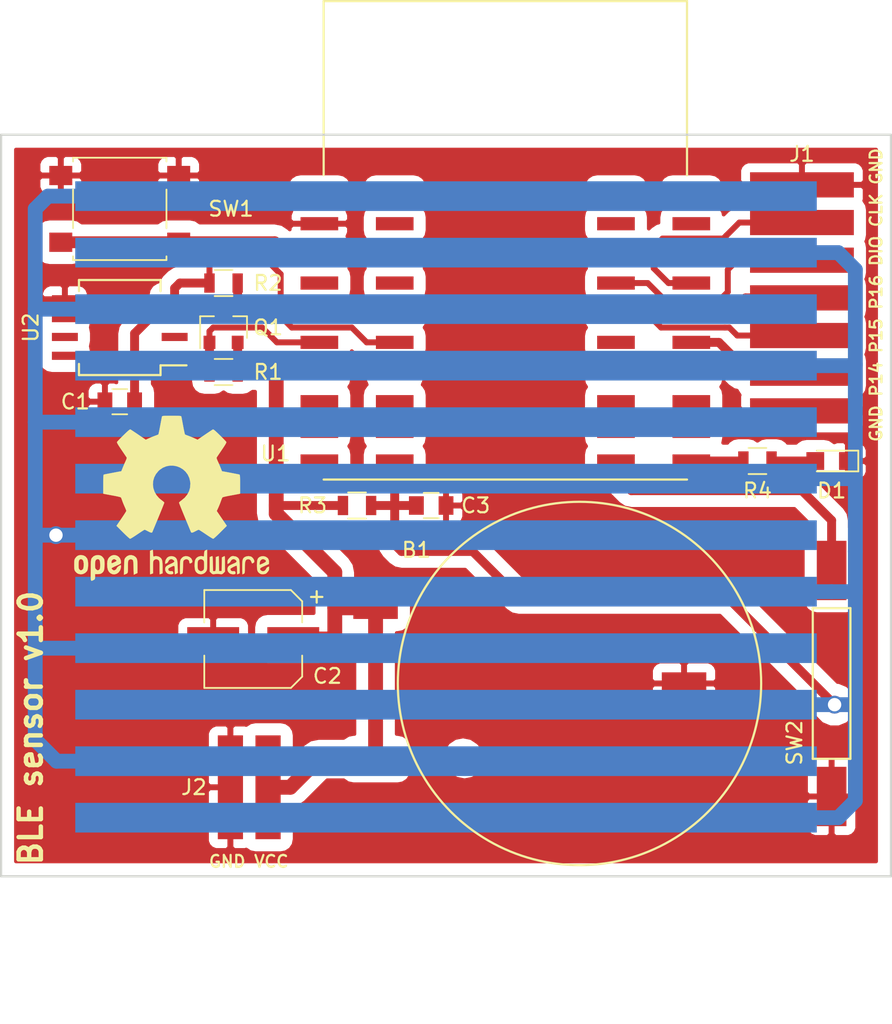
<source format=kicad_pcb>
(kicad_pcb (version 4) (host pcbnew 4.0.7)

  (general
    (links 51)
    (no_connects 0)
    (area 123.524999 69.024999 183.675001 119.175001)
    (thickness 1.6)
    (drawings 8)
    (tracks 140)
    (zones 0)
    (modules 18)
    (nets 38)
  )

  (page A4)
  (layers
    (0 F.Cu signal)
    (31 B.Cu signal)
    (37 F.SilkS user)
    (38 B.Mask user)
    (39 F.Mask user)
    (44 Edge.Cuts user)
    (45 Margin user)
  )

  (setup
    (last_trace_width 0.3)
    (user_trace_width 0.4)
    (user_trace_width 0.6)
    (user_trace_width 0.8)
    (user_trace_width 1)
    (trace_clearance 0.3)
    (zone_clearance 0.8)
    (zone_45_only no)
    (trace_min 0.3)
    (segment_width 0.2)
    (edge_width 0.15)
    (via_size 1.2)
    (via_drill 0.9)
    (via_min_size 1.2)
    (via_min_drill 0.9)
    (uvia_size 1.2)
    (uvia_drill 0.9)
    (uvias_allowed no)
    (uvia_min_size 0.2)
    (uvia_min_drill 0.1)
    (pcb_text_width 0.3)
    (pcb_text_size 1.5 1.5)
    (mod_edge_width 0.15)
    (mod_text_size 1 1)
    (mod_text_width 0.15)
    (pad_size 1.524 1.524)
    (pad_drill 0.762)
    (pad_to_mask_clearance 0.2)
    (aux_axis_origin 123.6 119.1)
    (grid_origin 123.6 119.1)
    (visible_elements 7FFFFF7F)
    (pcbplotparams
      (layerselection 0x010e0_80000001)
      (usegerberextensions false)
      (excludeedgelayer true)
      (linewidth 0.100000)
      (plotframeref false)
      (viasonmask false)
      (mode 1)
      (useauxorigin false)
      (hpglpennumber 1)
      (hpglpenspeed 20)
      (hpglpendiameter 15)
      (hpglpenoverlay 2)
      (psnegative false)
      (psa4output false)
      (plotreference true)
      (plotvalue true)
      (plotinvisibletext false)
      (padsonsilk false)
      (subtractmaskfromsilk false)
      (outputformat 1)
      (mirror false)
      (drillshape 0)
      (scaleselection 1)
      (outputdirectory gerber/))
  )

  (net 0 "")
  (net 1 GND)
  (net 2 VCC)
  (net 3 "Net-(C1-Pad1)")
  (net 4 "Net-(SW1-Pad2)")
  (net 5 "Net-(U1-Pad4)")
  (net 6 "Net-(U1-Pad2)")
  (net 7 "Net-(U1-Pad5)")
  (net 8 "Net-(U1-Pad6)")
  (net 9 "Net-(U1-Pad7)")
  (net 10 "Net-(U1-Pad8)")
  (net 11 "Net-(U1-Pad13)")
  (net 12 "Net-(U1-Pad14)")
  (net 13 "Net-(U1-Pad15)")
  (net 14 "Net-(U1-Pad16)")
  (net 15 "Net-(U1-Pad17)")
  (net 16 "Net-(U1-Pad21)")
  (net 17 "Net-(U1-Pad22)")
  (net 18 "Net-(U1-Pad23)")
  (net 19 "Net-(U1-Pad24)")
  (net 20 "Net-(U1-Pad25)")
  (net 21 "Net-(U1-Pad26)")
  (net 22 "Net-(U1-Pad27)")
  (net 23 "Net-(U1-Pad33)")
  (net 24 "Net-(U1-Pad34)")
  (net 25 "Net-(U1-Pad35)")
  (net 26 "Net-(U1-Pad36)")
  (net 27 "Net-(D1-Pad2)")
  (net 28 "Net-(R4-Pad2)")
  (net 29 "Net-(SW2-Pad1)")
  (net 30 /AIN)
  (net 31 /P14)
  (net 32 /P15)
  (net 33 /P16)
  (net 34 /DIO)
  (net 35 /CLK)
  (net 36 /PON#)
  (net 37 /1WIRE)

  (net_class Default "This is the default net class."
    (clearance 0.3)
    (trace_width 0.3)
    (via_dia 1.2)
    (via_drill 0.9)
    (uvia_dia 1.2)
    (uvia_drill 0.9)
    (add_net /1WIRE)
    (add_net /AIN)
    (add_net /CLK)
    (add_net /DIO)
    (add_net /P14)
    (add_net /P15)
    (add_net /P16)
    (add_net /PON#)
    (add_net GND)
    (add_net "Net-(C1-Pad1)")
    (add_net "Net-(D1-Pad2)")
    (add_net "Net-(R4-Pad2)")
    (add_net "Net-(SW1-Pad2)")
    (add_net "Net-(SW2-Pad1)")
    (add_net "Net-(U1-Pad13)")
    (add_net "Net-(U1-Pad14)")
    (add_net "Net-(U1-Pad15)")
    (add_net "Net-(U1-Pad16)")
    (add_net "Net-(U1-Pad17)")
    (add_net "Net-(U1-Pad2)")
    (add_net "Net-(U1-Pad21)")
    (add_net "Net-(U1-Pad22)")
    (add_net "Net-(U1-Pad23)")
    (add_net "Net-(U1-Pad24)")
    (add_net "Net-(U1-Pad25)")
    (add_net "Net-(U1-Pad26)")
    (add_net "Net-(U1-Pad27)")
    (add_net "Net-(U1-Pad33)")
    (add_net "Net-(U1-Pad34)")
    (add_net "Net-(U1-Pad35)")
    (add_net "Net-(U1-Pad36)")
    (add_net "Net-(U1-Pad4)")
    (add_net "Net-(U1-Pad5)")
    (add_net "Net-(U1-Pad6)")
    (add_net "Net-(U1-Pad7)")
    (add_net "Net-(U1-Pad8)")
    (add_net VCC)
  )

  (module "Project Lib:WATER_SENSOR" (layer B.Cu) (tedit 59F32518) (tstamp 59F314DA)
    (at 153.6 96.1)
    (path /59F301C4)
    (fp_text reference U3 (at 0 21.59) (layer B.SilkS) hide
      (effects (font (size 1 1) (thickness 0.15)) (justify mirror))
    )
    (fp_text value WATER_SENSOR (at 8 22) (layer B.Fab) hide
      (effects (font (size 1 1) (thickness 0.15)) (justify mirror))
    )
    (pad 2 smd rect (at 0 -22.86) (size 50 2) (layers B.Cu B.Mask)
      (net 1 GND))
    (pad 1 smd rect (at 0 19.05) (size 50 2) (layers B.Cu B.Mask)
      (net 30 /AIN))
    (pad 2 smd rect (at 0 15.24) (size 50 2) (layers B.Cu B.Mask)
      (net 1 GND))
    (pad 1 smd rect (at 0 -19.05) (size 50 2) (layers B.Cu B.Mask)
      (net 30 /AIN))
    (pad 2 smd rect (at 0 -15.24) (size 50 2) (layers B.Cu B.Mask)
      (net 1 GND))
    (pad 1 smd rect (at 0 -11.43) (size 50 2) (layers B.Cu B.Mask)
      (net 30 /AIN))
    (pad 2 smd rect (at 0 -7.62) (size 50 2) (layers B.Cu B.Mask)
      (net 1 GND))
    (pad 1 smd rect (at 0 -3.81) (size 50 2) (layers B.Cu B.Mask)
      (net 30 /AIN))
    (pad 2 smd rect (at 0 0) (size 50 2) (layers B.Cu B.Mask)
      (net 1 GND))
    (pad 1 smd rect (at 0 3.81) (size 50 2) (layers B.Cu B.Mask)
      (net 30 /AIN))
    (pad 2 smd rect (at 0 7.62) (size 50 2) (layers B.Cu B.Mask)
      (net 1 GND))
    (pad 1 smd rect (at 0 11.43) (size 50 2) (layers B.Cu B.Mask)
      (net 30 /AIN))
  )

  (module "Project Lib:CR2477" (layer F.Cu) (tedit 59F31946) (tstamp 59F31458)
    (at 162.6 106.1 180)
    (path /59EF995B)
    (fp_text reference B1 (at 11 9 180) (layer F.SilkS)
      (effects (font (size 1 1) (thickness 0.15)))
    )
    (fp_text value CR2477 (at 0 3.81 180) (layer F.Fab) hide
      (effects (font (size 1 1) (thickness 0.15)))
    )
    (fp_circle (center 0 0) (end 12.25 0) (layer F.SilkS) (width 0.15))
    (pad 2 smd rect (at -7.05 0 180) (size 3 1.5) (layers F.Cu F.Mask)
      (net 1 GND))
    (pad 1 smd rect (at 13.75 -5.1 180) (size 3 1.5) (layers F.Cu F.Mask)
      (net 2 VCC))
    (pad 1 smd rect (at 13.75 5.1 180) (size 3 1.5) (layers F.Cu F.Mask)
      (net 2 VCC))
  )

  (module Capacitors_SMD:C_0805 (layer F.Cu) (tedit 59F3253B) (tstamp 59F3145E)
    (at 131.6 87.1 180)
    (descr "Capacitor SMD 0805, reflow soldering, AVX (see smccp.pdf)")
    (tags "capacitor 0805")
    (path /59F2F081)
    (attr smd)
    (fp_text reference C1 (at 3 0 180) (layer F.SilkS)
      (effects (font (size 1 1) (thickness 0.15)))
    )
    (fp_text value 100n (at 0 1.75 180) (layer F.Fab) hide
      (effects (font (size 1 1) (thickness 0.15)))
    )
    (fp_text user %R (at 0 -1.5 180) (layer F.Fab)
      (effects (font (size 1 1) (thickness 0.15)))
    )
    (fp_line (start -1 0.62) (end -1 -0.62) (layer F.Fab) (width 0.1))
    (fp_line (start 1 0.62) (end -1 0.62) (layer F.Fab) (width 0.1))
    (fp_line (start 1 -0.62) (end 1 0.62) (layer F.Fab) (width 0.1))
    (fp_line (start -1 -0.62) (end 1 -0.62) (layer F.Fab) (width 0.1))
    (fp_line (start 0.5 -0.85) (end -0.5 -0.85) (layer F.SilkS) (width 0.12))
    (fp_line (start -0.5 0.85) (end 0.5 0.85) (layer F.SilkS) (width 0.12))
    (fp_line (start -1.75 -0.88) (end 1.75 -0.88) (layer F.CrtYd) (width 0.05))
    (fp_line (start -1.75 -0.88) (end -1.75 0.87) (layer F.CrtYd) (width 0.05))
    (fp_line (start 1.75 0.87) (end 1.75 -0.88) (layer F.CrtYd) (width 0.05))
    (fp_line (start 1.75 0.87) (end -1.75 0.87) (layer F.CrtYd) (width 0.05))
    (pad 1 smd rect (at -1 0 180) (size 1 1.25) (layers F.Cu F.Mask)
      (net 3 "Net-(C1-Pad1)"))
    (pad 2 smd rect (at 1 0 180) (size 1 1.25) (layers F.Cu F.Mask)
      (net 1 GND))
    (model Capacitors_SMD.3dshapes/C_0805.wrl
      (at (xyz 0 0 0))
      (scale (xyz 1 1 1))
      (rotate (xyz 0 0 0))
    )
  )

  (module Capacitors_SMD:CP_Elec_6.3x7.7 (layer F.Cu) (tedit 59F5FBFE) (tstamp 59F31464)
    (at 140.6 103.1 180)
    (descr "SMT capacitor, aluminium electrolytic, 6.3x7.7")
    (path /59EF8F1C)
    (attr smd)
    (fp_text reference C2 (at -5 -2.5 180) (layer F.SilkS)
      (effects (font (size 1 1) (thickness 0.15)))
    )
    (fp_text value "220u (RC)6,3*7,7" (at 0 -4.43 180) (layer F.Fab) hide
      (effects (font (size 1 1) (thickness 0.15)))
    )
    (fp_circle (center 0 0) (end 0.5 3) (layer F.Fab) (width 0.1))
    (fp_text user + (at -1.73 -0.08 180) (layer F.Fab)
      (effects (font (size 1 1) (thickness 0.15)))
    )
    (fp_text user + (at -4.28 2.91 180) (layer F.SilkS)
      (effects (font (size 1 1) (thickness 0.15)))
    )
    (fp_text user %R (at 0 4.43 180) (layer F.Fab)
      (effects (font (size 1 1) (thickness 0.15)))
    )
    (fp_line (start 3.15 3.15) (end 3.15 -3.15) (layer F.Fab) (width 0.1))
    (fp_line (start -2.48 3.15) (end 3.15 3.15) (layer F.Fab) (width 0.1))
    (fp_line (start -3.15 2.48) (end -2.48 3.15) (layer F.Fab) (width 0.1))
    (fp_line (start -3.15 -2.48) (end -3.15 2.48) (layer F.Fab) (width 0.1))
    (fp_line (start -2.48 -3.15) (end -3.15 -2.48) (layer F.Fab) (width 0.1))
    (fp_line (start 3.15 -3.15) (end -2.48 -3.15) (layer F.Fab) (width 0.1))
    (fp_line (start -3.3 2.54) (end -3.3 1.12) (layer F.SilkS) (width 0.12))
    (fp_line (start 3.3 3.3) (end 3.3 1.12) (layer F.SilkS) (width 0.12))
    (fp_line (start 3.3 -3.3) (end 3.3 -1.12) (layer F.SilkS) (width 0.12))
    (fp_line (start -3.3 -2.54) (end -3.3 -1.12) (layer F.SilkS) (width 0.12))
    (fp_line (start 3.3 3.3) (end -2.54 3.3) (layer F.SilkS) (width 0.12))
    (fp_line (start -2.54 3.3) (end -3.3 2.54) (layer F.SilkS) (width 0.12))
    (fp_line (start -3.3 -2.54) (end -2.54 -3.3) (layer F.SilkS) (width 0.12))
    (fp_line (start -2.54 -3.3) (end 3.3 -3.3) (layer F.SilkS) (width 0.12))
    (fp_line (start -4.7 -3.4) (end 4.7 -3.4) (layer F.CrtYd) (width 0.05))
    (fp_line (start -4.7 -3.4) (end -4.7 3.4) (layer F.CrtYd) (width 0.05))
    (fp_line (start 4.7 3.4) (end 4.7 -3.4) (layer F.CrtYd) (width 0.05))
    (fp_line (start 4.7 3.4) (end -4.7 3.4) (layer F.CrtYd) (width 0.05))
    (pad 1 smd rect (at -2.7 0) (size 3.5 1.6) (layers F.Cu F.Mask)
      (net 2 VCC))
    (pad 2 smd rect (at 2.7 0) (size 3.5 1.6) (layers F.Cu F.Mask)
      (net 1 GND))
    (model Capacitors_SMD.3dshapes/CP_Elec_6.3x7.7.wrl
      (at (xyz 0 0 0))
      (scale (xyz 1 1 1))
      (rotate (xyz 0 0 180))
    )
  )

  (module Capacitors_SMD:C_0805 (layer F.Cu) (tedit 59F32416) (tstamp 59F3146A)
    (at 152.6 94.1)
    (descr "Capacitor SMD 0805, reflow soldering, AVX (see smccp.pdf)")
    (tags "capacitor 0805")
    (path /59EF81B7)
    (attr smd)
    (fp_text reference C3 (at 3 0) (layer F.SilkS)
      (effects (font (size 1 1) (thickness 0.15)))
    )
    (fp_text value 10n (at 0 1.75) (layer F.Fab) hide
      (effects (font (size 1 1) (thickness 0.15)))
    )
    (fp_text user %R (at 0 -1.5) (layer F.Fab)
      (effects (font (size 1 1) (thickness 0.15)))
    )
    (fp_line (start -1 0.62) (end -1 -0.62) (layer F.Fab) (width 0.1))
    (fp_line (start 1 0.62) (end -1 0.62) (layer F.Fab) (width 0.1))
    (fp_line (start 1 -0.62) (end 1 0.62) (layer F.Fab) (width 0.1))
    (fp_line (start -1 -0.62) (end 1 -0.62) (layer F.Fab) (width 0.1))
    (fp_line (start 0.5 -0.85) (end -0.5 -0.85) (layer F.SilkS) (width 0.12))
    (fp_line (start -0.5 0.85) (end 0.5 0.85) (layer F.SilkS) (width 0.12))
    (fp_line (start -1.75 -0.88) (end 1.75 -0.88) (layer F.CrtYd) (width 0.05))
    (fp_line (start -1.75 -0.88) (end -1.75 0.87) (layer F.CrtYd) (width 0.05))
    (fp_line (start 1.75 0.87) (end 1.75 -0.88) (layer F.CrtYd) (width 0.05))
    (fp_line (start 1.75 0.87) (end -1.75 0.87) (layer F.CrtYd) (width 0.05))
    (pad 1 smd rect (at -1 0) (size 1 1.25) (layers F.Cu F.Mask)
      (net 30 /AIN))
    (pad 2 smd rect (at 1 0) (size 1 1.25) (layers F.Cu F.Mask)
      (net 1 GND))
    (model Capacitors_SMD.3dshapes/C_0805.wrl
      (at (xyz 0 0 0))
      (scale (xyz 1 1 1))
      (rotate (xyz 0 0 0))
    )
  )

  (module TO_SOT_Packages_SMD:SOT-23 (layer F.Cu) (tedit 59F323DF) (tstamp 59F31478)
    (at 138.6 82.1 90)
    (descr "SOT-23, Standard")
    (tags SOT-23)
    (path /59F2EC2A)
    (attr smd)
    (fp_text reference Q1 (at 0 3 180) (layer F.SilkS)
      (effects (font (size 1 1) (thickness 0.15)))
    )
    (fp_text value IRLML6401 (at 0 2.5 90) (layer F.Fab) hide
      (effects (font (size 1 1) (thickness 0.15)))
    )
    (fp_text user %R (at 0 0 180) (layer F.Fab)
      (effects (font (size 0.5 0.5) (thickness 0.075)))
    )
    (fp_line (start -0.7 -0.95) (end -0.7 1.5) (layer F.Fab) (width 0.1))
    (fp_line (start -0.15 -1.52) (end 0.7 -1.52) (layer F.Fab) (width 0.1))
    (fp_line (start -0.7 -0.95) (end -0.15 -1.52) (layer F.Fab) (width 0.1))
    (fp_line (start 0.7 -1.52) (end 0.7 1.52) (layer F.Fab) (width 0.1))
    (fp_line (start -0.7 1.52) (end 0.7 1.52) (layer F.Fab) (width 0.1))
    (fp_line (start 0.76 1.58) (end 0.76 0.65) (layer F.SilkS) (width 0.12))
    (fp_line (start 0.76 -1.58) (end 0.76 -0.65) (layer F.SilkS) (width 0.12))
    (fp_line (start -1.7 -1.75) (end 1.7 -1.75) (layer F.CrtYd) (width 0.05))
    (fp_line (start 1.7 -1.75) (end 1.7 1.75) (layer F.CrtYd) (width 0.05))
    (fp_line (start 1.7 1.75) (end -1.7 1.75) (layer F.CrtYd) (width 0.05))
    (fp_line (start -1.7 1.75) (end -1.7 -1.75) (layer F.CrtYd) (width 0.05))
    (fp_line (start 0.76 -1.58) (end -1.4 -1.58) (layer F.SilkS) (width 0.12))
    (fp_line (start 0.76 1.58) (end -0.7 1.58) (layer F.SilkS) (width 0.12))
    (pad 1 smd rect (at -1 -0.95 90) (size 0.9 0.8) (layers F.Cu F.Mask)
      (net 36 /PON#))
    (pad 2 smd rect (at -1 0.95 90) (size 0.9 0.8) (layers F.Cu F.Mask)
      (net 2 VCC))
    (pad 3 smd rect (at 1 0 90) (size 0.9 0.8) (layers F.Cu F.Mask)
      (net 3 "Net-(C1-Pad1)"))
    (model ${KISYS3DMOD}/TO_SOT_Packages_SMD.3dshapes/SOT-23.wrl
      (at (xyz 0 0 0))
      (scale (xyz 1 1 1))
      (rotate (xyz 0 0 0))
    )
  )

  (module Resistors_SMD:R_0805 (layer F.Cu) (tedit 59F32544) (tstamp 59F3147E)
    (at 138.6 85.1 180)
    (descr "Resistor SMD 0805, reflow soldering, Vishay (see dcrcw.pdf)")
    (tags "resistor 0805")
    (path /59F2EDB6)
    (attr smd)
    (fp_text reference R1 (at -3 0 180) (layer F.SilkS)
      (effects (font (size 1 1) (thickness 0.15)))
    )
    (fp_text value 47K (at 0 1.75 180) (layer F.Fab) hide
      (effects (font (size 1 1) (thickness 0.15)))
    )
    (fp_text user %R (at 0 0 180) (layer F.Fab)
      (effects (font (size 0.5 0.5) (thickness 0.075)))
    )
    (fp_line (start -1 0.62) (end -1 -0.62) (layer F.Fab) (width 0.1))
    (fp_line (start 1 0.62) (end -1 0.62) (layer F.Fab) (width 0.1))
    (fp_line (start 1 -0.62) (end 1 0.62) (layer F.Fab) (width 0.1))
    (fp_line (start -1 -0.62) (end 1 -0.62) (layer F.Fab) (width 0.1))
    (fp_line (start 0.6 0.88) (end -0.6 0.88) (layer F.SilkS) (width 0.12))
    (fp_line (start -0.6 -0.88) (end 0.6 -0.88) (layer F.SilkS) (width 0.12))
    (fp_line (start -1.55 -0.9) (end 1.55 -0.9) (layer F.CrtYd) (width 0.05))
    (fp_line (start -1.55 -0.9) (end -1.55 0.9) (layer F.CrtYd) (width 0.05))
    (fp_line (start 1.55 0.9) (end 1.55 -0.9) (layer F.CrtYd) (width 0.05))
    (fp_line (start 1.55 0.9) (end -1.55 0.9) (layer F.CrtYd) (width 0.05))
    (pad 1 smd rect (at -0.95 0 180) (size 0.7 1.3) (layers F.Cu F.Mask)
      (net 2 VCC))
    (pad 2 smd rect (at 0.95 0 180) (size 0.7 1.3) (layers F.Cu F.Mask)
      (net 36 /PON#))
    (model ${KISYS3DMOD}/Resistors_SMD.3dshapes/R_0805.wrl
      (at (xyz 0 0 0))
      (scale (xyz 1 1 1))
      (rotate (xyz 0 0 0))
    )
  )

  (module Resistors_SMD:R_0805 (layer F.Cu) (tedit 59F323D4) (tstamp 59F31484)
    (at 138.6 79.1 180)
    (descr "Resistor SMD 0805, reflow soldering, Vishay (see dcrcw.pdf)")
    (tags "resistor 0805")
    (path /59F2F678)
    (attr smd)
    (fp_text reference R2 (at -3 0 180) (layer F.SilkS)
      (effects (font (size 1 1) (thickness 0.15)))
    )
    (fp_text value 4.7K (at 0 1.75 180) (layer F.Fab) hide
      (effects (font (size 1 1) (thickness 0.15)))
    )
    (fp_text user %R (at 0 0 180) (layer F.Fab)
      (effects (font (size 0.5 0.5) (thickness 0.075)))
    )
    (fp_line (start -1 0.62) (end -1 -0.62) (layer F.Fab) (width 0.1))
    (fp_line (start 1 0.62) (end -1 0.62) (layer F.Fab) (width 0.1))
    (fp_line (start 1 -0.62) (end 1 0.62) (layer F.Fab) (width 0.1))
    (fp_line (start -1 -0.62) (end 1 -0.62) (layer F.Fab) (width 0.1))
    (fp_line (start 0.6 0.88) (end -0.6 0.88) (layer F.SilkS) (width 0.12))
    (fp_line (start -0.6 -0.88) (end 0.6 -0.88) (layer F.SilkS) (width 0.12))
    (fp_line (start -1.55 -0.9) (end 1.55 -0.9) (layer F.CrtYd) (width 0.05))
    (fp_line (start -1.55 -0.9) (end -1.55 0.9) (layer F.CrtYd) (width 0.05))
    (fp_line (start 1.55 0.9) (end 1.55 -0.9) (layer F.CrtYd) (width 0.05))
    (fp_line (start 1.55 0.9) (end -1.55 0.9) (layer F.CrtYd) (width 0.05))
    (pad 1 smd rect (at -0.95 0 180) (size 0.7 1.3) (layers F.Cu F.Mask)
      (net 3 "Net-(C1-Pad1)"))
    (pad 2 smd rect (at 0.95 0 180) (size 0.7 1.3) (layers F.Cu F.Mask)
      (net 37 /1WIRE))
    (model ${KISYS3DMOD}/Resistors_SMD.3dshapes/R_0805.wrl
      (at (xyz 0 0 0))
      (scale (xyz 1 1 1))
      (rotate (xyz 0 0 0))
    )
  )

  (module Resistors_SMD:R_0805 (layer F.Cu) (tedit 59F32402) (tstamp 59F3148A)
    (at 147.6 94.1)
    (descr "Resistor SMD 0805, reflow soldering, Vishay (see dcrcw.pdf)")
    (tags "resistor 0805")
    (path /59EF8298)
    (attr smd)
    (fp_text reference R3 (at -3 0) (layer F.SilkS)
      (effects (font (size 1 1) (thickness 0.15)))
    )
    (fp_text value 2M (at 0 1.75) (layer F.Fab) hide
      (effects (font (size 1 1) (thickness 0.15)))
    )
    (fp_text user %R (at 0 0) (layer F.Fab)
      (effects (font (size 0.5 0.5) (thickness 0.075)))
    )
    (fp_line (start -1 0.62) (end -1 -0.62) (layer F.Fab) (width 0.1))
    (fp_line (start 1 0.62) (end -1 0.62) (layer F.Fab) (width 0.1))
    (fp_line (start 1 -0.62) (end 1 0.62) (layer F.Fab) (width 0.1))
    (fp_line (start -1 -0.62) (end 1 -0.62) (layer F.Fab) (width 0.1))
    (fp_line (start 0.6 0.88) (end -0.6 0.88) (layer F.SilkS) (width 0.12))
    (fp_line (start -0.6 -0.88) (end 0.6 -0.88) (layer F.SilkS) (width 0.12))
    (fp_line (start -1.55 -0.9) (end 1.55 -0.9) (layer F.CrtYd) (width 0.05))
    (fp_line (start -1.55 -0.9) (end -1.55 0.9) (layer F.CrtYd) (width 0.05))
    (fp_line (start 1.55 0.9) (end 1.55 -0.9) (layer F.CrtYd) (width 0.05))
    (fp_line (start 1.55 0.9) (end -1.55 0.9) (layer F.CrtYd) (width 0.05))
    (pad 1 smd rect (at -0.95 0) (size 0.7 1.3) (layers F.Cu F.Mask)
      (net 2 VCC))
    (pad 2 smd rect (at 0.95 0) (size 0.7 1.3) (layers F.Cu F.Mask)
      (net 30 /AIN))
    (model ${KISYS3DMOD}/Resistors_SMD.3dshapes/R_0805.wrl
      (at (xyz 0 0 0))
      (scale (xyz 1 1 1))
      (rotate (xyz 0 0 0))
    )
  )

  (module Buttons_Switches_SMD:SW_SPST_B3S-1000 (layer F.Cu) (tedit 59F32533) (tstamp 59F31492)
    (at 131.6 74.1)
    (descr "Surface Mount Tactile Switch for High-Density Packaging")
    (tags "Tactile Switch")
    (path /59EF80F2)
    (attr smd)
    (fp_text reference SW1 (at 7.5 0) (layer F.SilkS)
      (effects (font (size 1 1) (thickness 0.15)))
    )
    (fp_text value B3FS-1000P (at 0 4.5) (layer F.Fab) hide
      (effects (font (size 1 1) (thickness 0.15)))
    )
    (fp_text user %R (at 0 -4.5) (layer F.Fab)
      (effects (font (size 1 1) (thickness 0.15)))
    )
    (fp_line (start -5 3.7) (end 5 3.7) (layer F.CrtYd) (width 0.05))
    (fp_line (start 5 3.7) (end 5 -3.7) (layer F.CrtYd) (width 0.05))
    (fp_line (start 5 -3.7) (end -5 -3.7) (layer F.CrtYd) (width 0.05))
    (fp_line (start -5 -3.7) (end -5 3.7) (layer F.CrtYd) (width 0.05))
    (fp_line (start -3.15 -3.2) (end -3.15 -3.45) (layer F.SilkS) (width 0.12))
    (fp_line (start -3.15 -3.45) (end 3.15 -3.45) (layer F.SilkS) (width 0.12))
    (fp_line (start 3.15 -3.45) (end 3.15 -3.2) (layer F.SilkS) (width 0.12))
    (fp_line (start -3.15 1.3) (end -3.15 -1.3) (layer F.SilkS) (width 0.12))
    (fp_line (start 3.15 3.2) (end 3.15 3.45) (layer F.SilkS) (width 0.12))
    (fp_line (start 3.15 3.45) (end -3.15 3.45) (layer F.SilkS) (width 0.12))
    (fp_line (start -3.15 3.45) (end -3.15 3.2) (layer F.SilkS) (width 0.12))
    (fp_line (start 3.15 -1.3) (end 3.15 1.3) (layer F.SilkS) (width 0.12))
    (fp_circle (center 0 0) (end 1.65 0) (layer F.Fab) (width 0.1))
    (fp_line (start -3 -3.3) (end 3 -3.3) (layer F.Fab) (width 0.1))
    (fp_line (start 3 -3.3) (end 3 3.3) (layer F.Fab) (width 0.1))
    (fp_line (start 3 3.3) (end -3 3.3) (layer F.Fab) (width 0.1))
    (fp_line (start -3 3.3) (end -3 -3.3) (layer F.Fab) (width 0.1))
    (pad 1 smd rect (at -3.975 -2.25) (size 1.55 1.3) (layers F.Cu F.Mask)
      (net 1 GND))
    (pad 1 smd rect (at 3.975 -2.25) (size 1.55 1.3) (layers F.Cu F.Mask)
      (net 1 GND))
    (pad 2 smd rect (at -3.975 2.25) (size 1.55 1.3) (layers F.Cu F.Mask)
      (net 4 "Net-(SW1-Pad2)"))
    (pad 2 smd rect (at 3.975 2.25) (size 1.55 1.3) (layers F.Cu F.Mask)
      (net 4 "Net-(SW1-Pad2)"))
    (model ${KISYS3DMOD}/Buttons_Switches_SMD.3dshapes/SW_SPST_B3S-1000.wrl
      (at (xyz 0 0 0))
      (scale (xyz 1 1 1))
      (rotate (xyz 0 0 0))
    )
  )

  (module "Project Lib:NRF51822_Eval" (layer F.Cu) (tedit 59F5F825) (tstamp 59F314BE)
    (at 157.6 73.1)
    (path /59EF8049)
    (fp_text reference U1 (at -15.5 17.5) (layer F.SilkS)
      (effects (font (size 1 1) (thickness 0.15)))
    )
    (fp_text value NRF51822_Eval (at 0 0) (layer F.Fab) hide
      (effects (font (size 1 1) (thickness 0.15)))
    )
    (fp_line (start -12.25 -1.27) (end -12.25 -13.01) (layer F.SilkS) (width 0.15))
    (fp_line (start -12.25 -13.01) (end 12.25 -13.01) (layer F.SilkS) (width 0.15))
    (fp_line (start 12.25 -13.01) (end 12.25 -1.27) (layer F.SilkS) (width 0.15))
    (fp_line (start -12.25 19.25) (end 12.25 19.25) (layer F.SilkS) (width 0.15))
    (pad 0 smd rect (at -7.46 0) (size 2.54 0.89) (layers F.Cu F.Mask))
    (pad 0 smd rect (at 7.46 0) (size 2.54 0.89) (layers F.Cu F.Mask))
    (pad 0 smd rect (at -12.54 0) (size 2.54 0.89) (layers F.Cu F.Mask))
    (pad 0 smd rect (at 12.54 0) (size 2.54 0.89) (layers F.Cu F.Mask))
    (pad 1 smd rect (at -12.54 2) (size 2.54 0.89) (layers F.Cu F.Mask)
      (net 1 GND))
    (pad 2 smd rect (at -7.46 2) (size 2.54 0.89) (layers F.Cu F.Mask)
      (net 6 "Net-(U1-Pad2)"))
    (pad 3 smd rect (at -12.54 4) (size 2.54 0.89) (layers F.Cu F.Mask)
      (net 4 "Net-(SW1-Pad2)"))
    (pad 4 smd rect (at -7.46 4) (size 2.54 0.89) (layers F.Cu F.Mask)
      (net 5 "Net-(U1-Pad4)"))
    (pad 5 smd rect (at -12.54 6) (size 2.54 0.89) (layers F.Cu F.Mask)
      (net 7 "Net-(U1-Pad5)"))
    (pad 6 smd rect (at -7.46 6) (size 2.54 0.89) (layers F.Cu F.Mask)
      (net 8 "Net-(U1-Pad6)"))
    (pad 7 smd rect (at -12.54 8) (size 2.54 0.89) (layers F.Cu F.Mask)
      (net 9 "Net-(U1-Pad7)"))
    (pad 8 smd rect (at -7.46 8) (size 2.54 0.89) (layers F.Cu F.Mask)
      (net 10 "Net-(U1-Pad8)"))
    (pad 9 smd rect (at -12.54 10) (size 2.54 0.89) (layers F.Cu F.Mask)
      (net 36 /PON#))
    (pad 10 smd rect (at -7.46 10) (size 2.54 0.89) (layers F.Cu F.Mask)
      (net 37 /1WIRE))
    (pad 11 smd rect (at -12.54 12) (size 2.54 0.89) (layers F.Cu F.Mask)
      (net 2 VCC))
    (pad 12 smd rect (at -7.46 12) (size 2.54 0.89) (layers F.Cu F.Mask)
      (net 1 GND))
    (pad 13 smd rect (at -12.54 14) (size 2.54 0.89) (layers F.Cu F.Mask)
      (net 11 "Net-(U1-Pad13)"))
    (pad 14 smd rect (at -7.46 14) (size 2.54 0.89) (layers F.Cu F.Mask)
      (net 12 "Net-(U1-Pad14)"))
    (pad 15 smd rect (at -12.54 16) (size 2.54 0.89) (layers F.Cu F.Mask)
      (net 13 "Net-(U1-Pad15)"))
    (pad 16 smd rect (at -7.46 16) (size 2.54 0.89) (layers F.Cu F.Mask)
      (net 14 "Net-(U1-Pad16)"))
    (pad 17 smd rect (at -12.54 18) (size 2.54 0.89) (layers F.Cu F.Mask)
      (net 15 "Net-(U1-Pad17)"))
    (pad 18 smd rect (at -7.46 18) (size 2.54 0.89) (layers F.Cu F.Mask)
      (net 30 /AIN))
    (pad 19 smd rect (at 7.46 18) (size 2.54 0.89) (layers F.Cu F.Mask)
      (net 29 "Net-(SW2-Pad1)"))
    (pad 20 smd rect (at 12.54 18) (size 2.54 0.89) (layers F.Cu F.Mask)
      (net 28 "Net-(R4-Pad2)"))
    (pad 21 smd rect (at 7.46 16) (size 2.54 0.89) (layers F.Cu F.Mask)
      (net 16 "Net-(U1-Pad21)"))
    (pad 22 smd rect (at 12.54 16) (size 2.54 0.89) (layers F.Cu F.Mask)
      (net 17 "Net-(U1-Pad22)"))
    (pad 23 smd rect (at 7.46 14) (size 2.54 0.89) (layers F.Cu F.Mask)
      (net 18 "Net-(U1-Pad23)"))
    (pad 24 smd rect (at 12.54 14) (size 2.54 0.89) (layers F.Cu F.Mask)
      (net 19 "Net-(U1-Pad24)"))
    (pad 25 smd rect (at 7.46 12) (size 2.54 0.89) (layers F.Cu F.Mask)
      (net 20 "Net-(U1-Pad25)"))
    (pad 26 smd rect (at 12.54 12) (size 2.54 0.89) (layers F.Cu F.Mask)
      (net 21 "Net-(U1-Pad26)"))
    (pad 27 smd rect (at 7.46 10) (size 2.54 0.89) (layers F.Cu F.Mask)
      (net 22 "Net-(U1-Pad27)"))
    (pad 28 smd rect (at 12.54 10) (size 2.54 0.89) (layers F.Cu F.Mask)
      (net 31 /P14))
    (pad 29 smd rect (at 7.46 8) (size 2.54 0.89) (layers F.Cu F.Mask)
      (net 32 /P15))
    (pad 30 smd rect (at 12.54 8) (size 2.54 0.89) (layers F.Cu F.Mask)
      (net 33 /P16))
    (pad 31 smd rect (at 7.46 6) (size 2.54 0.89) (layers F.Cu F.Mask)
      (net 34 /DIO))
    (pad 32 smd rect (at 12.54 6) (size 2.54 0.89) (layers F.Cu F.Mask)
      (net 35 /CLK))
    (pad 33 smd rect (at 7.46 4) (size 2.54 0.89) (layers F.Cu F.Mask)
      (net 23 "Net-(U1-Pad33)"))
    (pad 34 smd rect (at 12.54 4) (size 2.54 0.89) (layers F.Cu F.Mask)
      (net 24 "Net-(U1-Pad34)"))
    (pad 35 smd rect (at 7.46 2) (size 2.54 0.89) (layers F.Cu F.Mask)
      (net 25 "Net-(U1-Pad35)"))
    (pad 36 smd rect (at 12.54 2) (size 2.54 0.89) (layers F.Cu F.Mask)
      (net 26 "Net-(U1-Pad36)"))
  )

  (module Housings_SOIC:SO-8_5.3x6.2mm_Pitch1.27mm (layer F.Cu) (tedit 59F32538) (tstamp 59F314CA)
    (at 131.6 82.1 180)
    (descr "8-Lead Plastic Small Outline, 5.3x6.2mm Body (http://www.ti.com.cn/cn/lit/ds/symlink/tl7705a.pdf)")
    (tags "SOIC 1.27")
    (path /59EF8516)
    (attr smd)
    (fp_text reference U2 (at 6 0 270) (layer F.SilkS)
      (effects (font (size 1 1) (thickness 0.15)))
    )
    (fp_text value DS18B20 (at 0 4.13 180) (layer F.Fab) hide
      (effects (font (size 1 1) (thickness 0.15)))
    )
    (fp_text user %R (at 0 0 180) (layer F.Fab)
      (effects (font (size 1 1) (thickness 0.15)))
    )
    (fp_line (start -1.65 -3.1) (end 2.65 -3.1) (layer F.Fab) (width 0.15))
    (fp_line (start 2.65 -3.1) (end 2.65 3.1) (layer F.Fab) (width 0.15))
    (fp_line (start 2.65 3.1) (end -2.65 3.1) (layer F.Fab) (width 0.15))
    (fp_line (start -2.65 3.1) (end -2.65 -2.1) (layer F.Fab) (width 0.15))
    (fp_line (start -2.65 -2.1) (end -1.65 -3.1) (layer F.Fab) (width 0.15))
    (fp_line (start -4.83 -3.35) (end -4.83 3.35) (layer F.CrtYd) (width 0.05))
    (fp_line (start 4.83 -3.35) (end 4.83 3.35) (layer F.CrtYd) (width 0.05))
    (fp_line (start -4.83 -3.35) (end 4.83 -3.35) (layer F.CrtYd) (width 0.05))
    (fp_line (start -4.83 3.35) (end 4.83 3.35) (layer F.CrtYd) (width 0.05))
    (fp_line (start -2.75 -3.205) (end -2.75 -2.55) (layer F.SilkS) (width 0.15))
    (fp_line (start 2.75 -3.205) (end 2.75 -2.455) (layer F.SilkS) (width 0.15))
    (fp_line (start 2.75 3.205) (end 2.75 2.455) (layer F.SilkS) (width 0.15))
    (fp_line (start -2.75 3.205) (end -2.75 2.455) (layer F.SilkS) (width 0.15))
    (fp_line (start -2.75 -3.205) (end 2.75 -3.205) (layer F.SilkS) (width 0.15))
    (fp_line (start -2.75 3.205) (end 2.75 3.205) (layer F.SilkS) (width 0.15))
    (fp_line (start -2.75 -2.55) (end -4.5 -2.55) (layer F.SilkS) (width 0.15))
    (pad 1 smd rect (at -3.7 -1.905 180) (size 1.75 0.55) (layers F.Cu F.Mask))
    (pad 2 smd rect (at -3.7 -0.635 180) (size 1.75 0.55) (layers F.Cu F.Mask))
    (pad 3 smd rect (at -3.7 0.635 180) (size 1.75 0.55) (layers F.Cu F.Mask)
      (net 3 "Net-(C1-Pad1)"))
    (pad 4 smd rect (at -3.7 1.905 180) (size 1.75 0.55) (layers F.Cu F.Mask)
      (net 37 /1WIRE))
    (pad 5 smd rect (at 3.7 1.905 180) (size 1.75 0.55) (layers F.Cu F.Mask)
      (net 1 GND))
    (pad 6 smd rect (at 3.7 0.635 180) (size 1.75 0.55) (layers F.Cu F.Mask))
    (pad 7 smd rect (at 3.7 -0.635 180) (size 1.75 0.55) (layers F.Cu F.Mask))
    (pad 8 smd rect (at 3.7 -1.905 180) (size 1.75 0.55) (layers F.Cu F.Mask))
    (model ${KISYS3DMOD}/Housings_SOIC.3dshapes/SO-8_5.3x6.2mm_Pitch1.27mm.wrl
      (at (xyz 0 0 0))
      (scale (xyz 1 1 1))
      (rotate (xyz 0 0 0))
    )
  )

  (module LEDs:LED_0805 (layer F.Cu) (tedit 59F5F817) (tstamp 59F58B0E)
    (at 179.6 91.1 180)
    (descr "LED 0805 smd package")
    (tags "LED led 0805 SMD smd SMT smt smdled SMDLED smtled SMTLED")
    (path /59F5864F)
    (attr smd)
    (fp_text reference D1 (at 0 -2 360) (layer F.SilkS)
      (effects (font (size 1 1) (thickness 0.15)))
    )
    (fp_text value FYLS-0805GD (at 0 1.55 180) (layer F.Fab) hide
      (effects (font (size 1 1) (thickness 0.15)))
    )
    (fp_line (start -1.8 -0.7) (end -1.8 0.7) (layer F.SilkS) (width 0.12))
    (fp_line (start -0.4 -0.4) (end -0.4 0.4) (layer F.Fab) (width 0.1))
    (fp_line (start -0.4 0) (end 0.2 -0.4) (layer F.Fab) (width 0.1))
    (fp_line (start 0.2 0.4) (end -0.4 0) (layer F.Fab) (width 0.1))
    (fp_line (start 0.2 -0.4) (end 0.2 0.4) (layer F.Fab) (width 0.1))
    (fp_line (start 1 0.6) (end -1 0.6) (layer F.Fab) (width 0.1))
    (fp_line (start 1 -0.6) (end 1 0.6) (layer F.Fab) (width 0.1))
    (fp_line (start -1 -0.6) (end 1 -0.6) (layer F.Fab) (width 0.1))
    (fp_line (start -1 0.6) (end -1 -0.6) (layer F.Fab) (width 0.1))
    (fp_line (start -1.8 0.7) (end 1 0.7) (layer F.SilkS) (width 0.12))
    (fp_line (start -1.8 -0.7) (end 1 -0.7) (layer F.SilkS) (width 0.12))
    (fp_line (start 1.95 -0.85) (end 1.95 0.85) (layer F.CrtYd) (width 0.05))
    (fp_line (start 1.95 0.85) (end -1.95 0.85) (layer F.CrtYd) (width 0.05))
    (fp_line (start -1.95 0.85) (end -1.95 -0.85) (layer F.CrtYd) (width 0.05))
    (fp_line (start -1.95 -0.85) (end 1.95 -0.85) (layer F.CrtYd) (width 0.05))
    (fp_text user %R (at 0 -1.25 180) (layer F.Fab)
      (effects (font (size 0.4 0.4) (thickness 0.1)))
    )
    (pad 2 smd rect (at 1.1 0) (size 1.2 1.2) (layers F.Cu F.Mask)
      (net 27 "Net-(D1-Pad2)"))
    (pad 1 smd rect (at -1.1 0) (size 1.2 1.2) (layers F.Cu F.Mask)
      (net 1 GND))
    (model ${KISYS3DMOD}/LEDs.3dshapes/LED_0805.wrl
      (at (xyz 0 0 0))
      (scale (xyz 1 1 1))
      (rotate (xyz 0 0 180))
    )
  )

  (module Resistors_SMD:R_0805 (layer F.Cu) (tedit 59F5F80C) (tstamp 59F58B14)
    (at 174.6 91.1 180)
    (descr "Resistor SMD 0805, reflow soldering, Vishay (see dcrcw.pdf)")
    (tags "resistor 0805")
    (path /59F586D8)
    (attr smd)
    (fp_text reference R4 (at 0 -2 180) (layer F.SilkS)
      (effects (font (size 1 1) (thickness 0.15)))
    )
    (fp_text value 270R (at 0 1.75 180) (layer F.Fab) hide
      (effects (font (size 1 1) (thickness 0.15)))
    )
    (fp_text user %R (at 0 0 180) (layer F.Fab)
      (effects (font (size 0.5 0.5) (thickness 0.075)))
    )
    (fp_line (start -1 0.62) (end -1 -0.62) (layer F.Fab) (width 0.1))
    (fp_line (start 1 0.62) (end -1 0.62) (layer F.Fab) (width 0.1))
    (fp_line (start 1 -0.62) (end 1 0.62) (layer F.Fab) (width 0.1))
    (fp_line (start -1 -0.62) (end 1 -0.62) (layer F.Fab) (width 0.1))
    (fp_line (start 0.6 0.88) (end -0.6 0.88) (layer F.SilkS) (width 0.12))
    (fp_line (start -0.6 -0.88) (end 0.6 -0.88) (layer F.SilkS) (width 0.12))
    (fp_line (start -1.55 -0.9) (end 1.55 -0.9) (layer F.CrtYd) (width 0.05))
    (fp_line (start -1.55 -0.9) (end -1.55 0.9) (layer F.CrtYd) (width 0.05))
    (fp_line (start 1.55 0.9) (end 1.55 -0.9) (layer F.CrtYd) (width 0.05))
    (fp_line (start 1.55 0.9) (end -1.55 0.9) (layer F.CrtYd) (width 0.05))
    (pad 1 smd rect (at -0.95 0 180) (size 0.7 1.3) (layers F.Cu F.Mask)
      (net 27 "Net-(D1-Pad2)"))
    (pad 2 smd rect (at 0.95 0 180) (size 0.7 1.3) (layers F.Cu F.Mask)
      (net 28 "Net-(R4-Pad2)"))
    (model ${KISYS3DMOD}/Resistors_SMD.3dshapes/R_0805.wrl
      (at (xyz 0 0 0))
      (scale (xyz 1 1 1))
      (rotate (xyz 0 0 0))
    )
  )

  (module "Project Lib:KA-80" (layer F.Cu) (tedit 59F5FF8E) (tstamp 59F5ECBD)
    (at 179.6 106.1)
    (path /59F5E9F8)
    (fp_text reference SW2 (at -2.5 4 90) (layer F.SilkS)
      (effects (font (size 1 1) (thickness 0.15)))
    )
    (fp_text value KA-80 (at 0 0 90) (layer F.Fab) hide
      (effects (font (size 1 1) (thickness 0.15)))
    )
    (fp_line (start -1.27 -5.08) (end -1.27 5.08) (layer F.SilkS) (width 0.15))
    (fp_line (start -1.27 5.08) (end 1.27 5.08) (layer F.SilkS) (width 0.15))
    (fp_line (start 1.27 5.08) (end 1.27 -5.08) (layer F.SilkS) (width 0.15))
    (fp_line (start 1.27 -5.08) (end -1.27 -5.08) (layer F.SilkS) (width 0.15))
    (pad 1 smd rect (at 0 -7.62) (size 2 4) (layers F.Cu F.Mask)
      (net 29 "Net-(SW2-Pad1)"))
    (pad 2 smd rect (at 0 7.62) (size 2 4) (layers F.Cu F.Mask)
      (net 1 GND))
  )

  (module "Project Lib:ZL211-07G" (layer F.Cu) (tedit 59F5FDE5) (tstamp 59F5F713)
    (at 177.6 80.1 270)
    (path /59F5FE0B)
    (fp_text reference J1 (at -9.7 0 360) (layer F.SilkS)
      (effects (font (size 1 1) (thickness 0.15)))
    )
    (fp_text value ZL211-07KG (at 0 4.826 270) (layer F.Fab) hide
      (effects (font (size 1 1) (thickness 0.15)))
    )
    (pad 7 smd rect (at 7.62 0 270) (size 1.7 7) (layers F.Cu F.Mask)
      (net 1 GND))
    (pad 6 smd rect (at 5.08 0 270) (size 1.7 7) (layers F.Cu F.Mask)
      (net 31 /P14))
    (pad 5 smd rect (at 2.54 0 270) (size 1.7 7) (layers F.Cu F.Mask)
      (net 32 /P15))
    (pad 4 smd rect (at 0 0 270) (size 1.7 7) (layers F.Cu F.Mask)
      (net 33 /P16))
    (pad 3 smd rect (at -2.54 0 270) (size 1.7 7) (layers F.Cu F.Mask)
      (net 34 /DIO))
    (pad 2 smd rect (at -5.08 0 270) (size 1.7 7) (layers F.Cu F.Mask)
      (net 35 /CLK))
    (pad 1 smd rect (at -7.62 0 270) (size 1.7 7) (layers F.Cu F.Mask)
      (net 1 GND))
  )

  (module "Project Lib:ZL201-02G" (layer F.Cu) (tedit 59F5FA65) (tstamp 59F5F719)
    (at 141.6 113.1 180)
    (path /59F60CCF)
    (fp_text reference J2 (at 5 0 180) (layer F.SilkS)
      (effects (font (size 1 1) (thickness 0.15)))
    )
    (fp_text value ZL211-02KG (at 4.826 0 270) (layer F.Fab) hide
      (effects (font (size 1 1) (thickness 0.15)))
    )
    (pad 1 smd rect (at 0 0 180) (size 1.7 7) (layers F.Cu F.Mask)
      (net 2 VCC))
    (pad 2 smd rect (at 2.54 0 180) (size 1.7 7) (layers F.Cu F.Mask)
      (net 1 GND))
  )

  (module Symbols:OSHW-Logo2_14.6x12mm_SilkScreen (layer F.Cu) (tedit 0) (tstamp 59F5FBA5)
    (at 135.1 93.6)
    (descr "Open Source Hardware Symbol")
    (tags "Logo Symbol OSHW")
    (attr virtual)
    (fp_text reference REF*** (at 0 0) (layer F.SilkS) hide
      (effects (font (size 1 1) (thickness 0.15)))
    )
    (fp_text value OSHW-Logo2_14.6x12mm_SilkScreen (at 0.75 0) (layer F.Fab) hide
      (effects (font (size 1 1) (thickness 0.15)))
    )
    (fp_poly (pts (xy -4.8281 3.861903) (xy -4.71655 3.917522) (xy -4.618092 4.019931) (xy -4.590977 4.057864)
      (xy -4.561438 4.1075) (xy -4.542272 4.161412) (xy -4.531307 4.233364) (xy -4.526371 4.337122)
      (xy -4.525287 4.474101) (xy -4.530182 4.661815) (xy -4.547196 4.802758) (xy -4.579823 4.907908)
      (xy -4.631558 4.988243) (xy -4.705896 5.054741) (xy -4.711358 5.058678) (xy -4.78462 5.098953)
      (xy -4.87284 5.11888) (xy -4.985038 5.123793) (xy -5.167433 5.123793) (xy -5.167509 5.300857)
      (xy -5.169207 5.39947) (xy -5.17955 5.457314) (xy -5.206578 5.492006) (xy -5.258332 5.521164)
      (xy -5.270761 5.527121) (xy -5.328923 5.555039) (xy -5.373956 5.572672) (xy -5.407441 5.574194)
      (xy -5.430962 5.553781) (xy -5.4461 5.505607) (xy -5.454437 5.423846) (xy -5.457556 5.302672)
      (xy -5.45704 5.13626) (xy -5.454471 4.918785) (xy -5.453668 4.853736) (xy -5.450778 4.629502)
      (xy -5.448188 4.482821) (xy -5.167586 4.482821) (xy -5.166009 4.607326) (xy -5.159 4.688787)
      (xy -5.143142 4.742515) (xy -5.115019 4.783823) (xy -5.095925 4.803971) (xy -5.017865 4.862921)
      (xy -4.948753 4.86772) (xy -4.87744 4.819038) (xy -4.875632 4.817241) (xy -4.846617 4.779618)
      (xy -4.828967 4.728484) (xy -4.820064 4.649738) (xy -4.817291 4.529276) (xy -4.817241 4.502588)
      (xy -4.823942 4.336583) (xy -4.845752 4.221505) (xy -4.885235 4.151254) (xy -4.944956 4.119729)
      (xy -4.979472 4.116552) (xy -5.061389 4.13146) (xy -5.117579 4.180548) (xy -5.151402 4.270362)
      (xy -5.16622 4.407445) (xy -5.167586 4.482821) (xy -5.448188 4.482821) (xy -5.447713 4.455952)
      (xy -5.443753 4.325382) (xy -5.438174 4.230087) (xy -5.430254 4.162364) (xy -5.419269 4.114507)
      (xy -5.404499 4.078813) (xy -5.385218 4.047578) (xy -5.376951 4.035824) (xy -5.267288 3.924797)
      (xy -5.128635 3.861847) (xy -4.968246 3.844297) (xy -4.8281 3.861903)) (layer F.SilkS) (width 0.01))
    (fp_poly (pts (xy -2.582571 3.877719) (xy -2.488877 3.931914) (xy -2.423736 3.985707) (xy -2.376093 4.042066)
      (xy -2.343272 4.110987) (xy -2.322594 4.202468) (xy -2.31138 4.326506) (xy -2.306951 4.493098)
      (xy -2.306437 4.612851) (xy -2.306437 5.053659) (xy -2.430517 5.109283) (xy -2.554598 5.164907)
      (xy -2.569195 4.682095) (xy -2.575227 4.501779) (xy -2.581555 4.370901) (xy -2.589394 4.280511)
      (xy -2.599963 4.221664) (xy -2.614477 4.185413) (xy -2.634152 4.16281) (xy -2.640465 4.157917)
      (xy -2.736112 4.119706) (xy -2.832793 4.134827) (xy -2.890345 4.174943) (xy -2.913755 4.20337)
      (xy -2.929961 4.240672) (xy -2.940259 4.297223) (xy -2.945951 4.383394) (xy -2.948336 4.509558)
      (xy -2.948736 4.641042) (xy -2.948814 4.805999) (xy -2.951639 4.922761) (xy -2.961093 5.00151)
      (xy -2.98106 5.052431) (xy -3.015424 5.085706) (xy -3.068068 5.11152) (xy -3.138383 5.138344)
      (xy -3.21518 5.167542) (xy -3.206038 4.649346) (xy -3.202357 4.462539) (xy -3.19805 4.32449)
      (xy -3.191877 4.225568) (xy -3.182598 4.156145) (xy -3.168973 4.10659) (xy -3.149761 4.067273)
      (xy -3.126598 4.032584) (xy -3.014848 3.92177) (xy -2.878487 3.857689) (xy -2.730175 3.842339)
      (xy -2.582571 3.877719)) (layer F.SilkS) (width 0.01))
    (fp_poly (pts (xy -5.951779 3.866015) (xy -5.814939 3.937968) (xy -5.713949 4.053766) (xy -5.678075 4.128213)
      (xy -5.650161 4.239992) (xy -5.635871 4.381227) (xy -5.634516 4.535371) (xy -5.645405 4.685879)
      (xy -5.667847 4.816205) (xy -5.70115 4.909803) (xy -5.711385 4.925922) (xy -5.832618 5.046249)
      (xy -5.976613 5.118317) (xy -6.132861 5.139408) (xy -6.290852 5.106802) (xy -6.33482 5.087253)
      (xy -6.420444 5.027012) (xy -6.495592 4.947135) (xy -6.502694 4.937004) (xy -6.531561 4.888181)
      (xy -6.550643 4.83599) (xy -6.561916 4.767285) (xy -6.567355 4.668918) (xy -6.568938 4.527744)
      (xy -6.568965 4.496092) (xy -6.568893 4.486019) (xy -6.277011 4.486019) (xy -6.275313 4.619256)
      (xy -6.268628 4.707674) (xy -6.254575 4.764785) (xy -6.230771 4.804102) (xy -6.218621 4.817241)
      (xy -6.148764 4.867172) (xy -6.080941 4.864895) (xy -6.012365 4.821584) (xy -5.971465 4.775346)
      (xy -5.947242 4.707857) (xy -5.933639 4.601433) (xy -5.932706 4.58902) (xy -5.930384 4.396147)
      (xy -5.95465 4.2529) (xy -6.005176 4.16016) (xy -6.081632 4.118807) (xy -6.108924 4.116552)
      (xy -6.180589 4.127893) (xy -6.22961 4.167184) (xy -6.259582 4.242326) (xy -6.274101 4.361222)
      (xy -6.277011 4.486019) (xy -6.568893 4.486019) (xy -6.567878 4.345659) (xy -6.563312 4.240549)
      (xy -6.553312 4.167714) (xy -6.535921 4.114108) (xy -6.509184 4.066681) (xy -6.503276 4.057864)
      (xy -6.403968 3.939007) (xy -6.295758 3.870008) (xy -6.164019 3.842619) (xy -6.119283 3.841281)
      (xy -5.951779 3.866015)) (layer F.SilkS) (width 0.01))
    (fp_poly (pts (xy -3.684448 3.884676) (xy -3.569342 3.962111) (xy -3.480389 4.073949) (xy -3.427251 4.216265)
      (xy -3.416503 4.321015) (xy -3.417724 4.364726) (xy -3.427944 4.398194) (xy -3.456039 4.428179)
      (xy -3.510884 4.46144) (xy -3.601355 4.504738) (xy -3.736328 4.564833) (xy -3.737011 4.565134)
      (xy -3.861249 4.622037) (xy -3.963127 4.672565) (xy -4.032233 4.71128) (xy -4.058154 4.73274)
      (xy -4.058161 4.732913) (xy -4.035315 4.779644) (xy -3.981891 4.831154) (xy -3.920558 4.868261)
      (xy -3.889485 4.875632) (xy -3.804711 4.850138) (xy -3.731707 4.786291) (xy -3.696087 4.716094)
      (xy -3.66182 4.664343) (xy -3.594697 4.605409) (xy -3.515792 4.554496) (xy -3.446179 4.526809)
      (xy -3.431623 4.525287) (xy -3.415237 4.550321) (xy -3.41425 4.614311) (xy -3.426292 4.700593)
      (xy -3.448993 4.792501) (xy -3.479986 4.873369) (xy -3.481552 4.876509) (xy -3.574819 5.006734)
      (xy -3.695696 5.095311) (xy -3.832973 5.138786) (xy -3.97544 5.133706) (xy -4.111888 5.076616)
      (xy -4.117955 5.072602) (xy -4.22529 4.975326) (xy -4.295868 4.848409) (xy -4.334926 4.681526)
      (xy -4.340168 4.634639) (xy -4.349452 4.413329) (xy -4.338322 4.310124) (xy -4.058161 4.310124)
      (xy -4.054521 4.374503) (xy -4.034611 4.393291) (xy -3.984974 4.379235) (xy -3.906733 4.346009)
      (xy -3.819274 4.304359) (xy -3.817101 4.303256) (xy -3.74297 4.264265) (xy -3.713219 4.238244)
      (xy -3.720555 4.210965) (xy -3.751447 4.175121) (xy -3.83004 4.123251) (xy -3.914677 4.119439)
      (xy -3.990597 4.157189) (xy -4.043035 4.230001) (xy -4.058161 4.310124) (xy -4.338322 4.310124)
      (xy -4.330356 4.236261) (xy -4.281366 4.095829) (xy -4.213164 3.997447) (xy -4.090065 3.89803)
      (xy -3.954472 3.848711) (xy -3.816045 3.845568) (xy -3.684448 3.884676)) (layer F.SilkS) (width 0.01))
    (fp_poly (pts (xy -1.255402 3.723857) (xy -1.246846 3.843188) (xy -1.237019 3.913506) (xy -1.223401 3.944179)
      (xy -1.203473 3.944571) (xy -1.197011 3.94091) (xy -1.11106 3.914398) (xy -0.999255 3.915946)
      (xy -0.885586 3.943199) (xy -0.81449 3.978455) (xy -0.741595 4.034778) (xy -0.688307 4.098519)
      (xy -0.651725 4.17951) (xy -0.62895 4.287586) (xy -0.617081 4.43258) (xy -0.613218 4.624326)
      (xy -0.613149 4.661109) (xy -0.613103 5.074288) (xy -0.705046 5.106339) (xy -0.770348 5.128144)
      (xy -0.806176 5.138297) (xy -0.80723 5.138391) (xy -0.810758 5.11086) (xy -0.813761 5.034923)
      (xy -0.81601 4.920565) (xy -0.817276 4.777769) (xy -0.817471 4.690951) (xy -0.817877 4.519773)
      (xy -0.819968 4.397088) (xy -0.825053 4.313) (xy -0.83444 4.257614) (xy -0.849439 4.221032)
      (xy -0.871358 4.193359) (xy -0.885043 4.180032) (xy -0.979051 4.126328) (xy -1.081636 4.122307)
      (xy -1.17471 4.167725) (xy -1.191922 4.184123) (xy -1.217168 4.214957) (xy -1.23468 4.251531)
      (xy -1.245858 4.304415) (xy -1.252104 4.384177) (xy -1.254818 4.501385) (xy -1.255402 4.662991)
      (xy -1.255402 5.074288) (xy -1.347345 5.106339) (xy -1.412647 5.128144) (xy -1.448475 5.138297)
      (xy -1.449529 5.138391) (xy -1.452225 5.110448) (xy -1.454655 5.03163) (xy -1.456722 4.909453)
      (xy -1.458329 4.751432) (xy -1.459377 4.565083) (xy -1.459769 4.35792) (xy -1.45977 4.348706)
      (xy -1.45977 3.55902) (xy -1.364885 3.518997) (xy -1.27 3.478973) (xy -1.255402 3.723857)) (layer F.SilkS) (width 0.01))
    (fp_poly (pts (xy 0.079944 3.92436) (xy 0.194343 3.966842) (xy 0.195652 3.967658) (xy 0.266403 4.01973)
      (xy 0.318636 4.080584) (xy 0.355371 4.159887) (xy 0.379634 4.267309) (xy 0.394445 4.412517)
      (xy 0.402829 4.605179) (xy 0.403564 4.632628) (xy 0.41412 5.046521) (xy 0.325291 5.092456)
      (xy 0.261018 5.123498) (xy 0.22221 5.138206) (xy 0.220415 5.138391) (xy 0.2137 5.11125)
      (xy 0.208365 5.038041) (xy 0.205083 4.931081) (xy 0.204368 4.844469) (xy 0.204351 4.704162)
      (xy 0.197937 4.616051) (xy 0.17558 4.574025) (xy 0.127732 4.571975) (xy 0.044849 4.60379)
      (xy -0.080287 4.662272) (xy -0.172303 4.710845) (xy -0.219629 4.752986) (xy -0.233542 4.798916)
      (xy -0.233563 4.801189) (xy -0.210605 4.880311) (xy -0.14263 4.923055) (xy -0.038602 4.929246)
      (xy 0.03633 4.928172) (xy 0.075839 4.949753) (xy 0.100478 5.001591) (xy 0.114659 5.067632)
      (xy 0.094223 5.105104) (xy 0.086528 5.110467) (xy 0.014083 5.132006) (xy -0.087367 5.135055)
      (xy -0.191843 5.120778) (xy -0.265875 5.094688) (xy -0.368228 5.007785) (xy -0.426409 4.886816)
      (xy -0.437931 4.792308) (xy -0.429138 4.707062) (xy -0.39732 4.637476) (xy -0.334316 4.575672)
      (xy -0.231969 4.513772) (xy -0.082118 4.443897) (xy -0.072988 4.439948) (xy 0.061997 4.377588)
      (xy 0.145294 4.326446) (xy 0.180997 4.280488) (xy 0.173203 4.233683) (xy 0.126007 4.179998)
      (xy 0.111894 4.167644) (xy 0.017359 4.119741) (xy -0.080594 4.121758) (xy -0.165903 4.168724)
      (xy -0.222504 4.255669) (xy -0.227763 4.272734) (xy -0.278977 4.355504) (xy -0.343963 4.395372)
      (xy -0.437931 4.434882) (xy -0.437931 4.332658) (xy -0.409347 4.184072) (xy -0.324505 4.047784)
      (xy -0.280355 4.002191) (xy -0.179995 3.943674) (xy -0.052365 3.917184) (xy 0.079944 3.92436)) (layer F.SilkS) (width 0.01))
    (fp_poly (pts (xy 1.065943 3.92192) (xy 1.198565 3.970859) (xy 1.30601 4.057419) (xy 1.348032 4.118352)
      (xy 1.393843 4.230161) (xy 1.392891 4.311006) (xy 1.344808 4.365378) (xy 1.327017 4.374624)
      (xy 1.250204 4.40345) (xy 1.210976 4.396065) (xy 1.197689 4.347658) (xy 1.197012 4.32092)
      (xy 1.172686 4.222548) (xy 1.109281 4.153734) (xy 1.021154 4.120498) (xy 0.922663 4.128861)
      (xy 0.842602 4.172296) (xy 0.815561 4.197072) (xy 0.796394 4.227129) (xy 0.783446 4.272565)
      (xy 0.775064 4.343476) (xy 0.769593 4.44996) (xy 0.765378 4.602112) (xy 0.764287 4.650287)
      (xy 0.760307 4.815095) (xy 0.755781 4.931088) (xy 0.748995 5.007833) (xy 0.738231 5.054893)
      (xy 0.721773 5.081835) (xy 0.697906 5.098223) (xy 0.682626 5.105463) (xy 0.617733 5.13022)
      (xy 0.579534 5.138391) (xy 0.566912 5.111103) (xy 0.559208 5.028603) (xy 0.55638 4.889941)
      (xy 0.558386 4.694162) (xy 0.559011 4.663965) (xy 0.563421 4.485349) (xy 0.568635 4.354923)
      (xy 0.576055 4.262492) (xy 0.587082 4.197858) (xy 0.603117 4.150825) (xy 0.625561 4.111196)
      (xy 0.637302 4.094215) (xy 0.704619 4.01908) (xy 0.77991 3.960638) (xy 0.789128 3.955536)
      (xy 0.924133 3.91526) (xy 1.065943 3.92192)) (layer F.SilkS) (width 0.01))
    (fp_poly (pts (xy 2.393914 4.154455) (xy 2.393543 4.372661) (xy 2.392108 4.540519) (xy 2.389002 4.66607)
      (xy 2.383622 4.757355) (xy 2.375362 4.822415) (xy 2.363616 4.869291) (xy 2.347781 4.906024)
      (xy 2.33579 4.926991) (xy 2.23649 5.040694) (xy 2.110588 5.111965) (xy 1.971291 5.137538)
      (xy 1.831805 5.11415) (xy 1.748743 5.072119) (xy 1.661545 4.999411) (xy 1.602117 4.910612)
      (xy 1.566261 4.79432) (xy 1.549781 4.639135) (xy 1.547447 4.525287) (xy 1.547761 4.517106)
      (xy 1.751724 4.517106) (xy 1.75297 4.647657) (xy 1.758678 4.73408) (xy 1.771804 4.790618)
      (xy 1.795306 4.831514) (xy 1.823386 4.862362) (xy 1.917688 4.921905) (xy 2.01894 4.926992)
      (xy 2.114636 4.877279) (xy 2.122084 4.870543) (xy 2.153874 4.835502) (xy 2.173808 4.793811)
      (xy 2.1846 4.731762) (xy 2.188965 4.635644) (xy 2.189655 4.529379) (xy 2.188159 4.39588)
      (xy 2.181964 4.306822) (xy 2.168514 4.248293) (xy 2.145251 4.206382) (xy 2.126175 4.184123)
      (xy 2.037563 4.127985) (xy 1.935508 4.121235) (xy 1.838095 4.164114) (xy 1.819296 4.180032)
      (xy 1.787293 4.215382) (xy 1.767318 4.257502) (xy 1.756593 4.320251) (xy 1.752339 4.417487)
      (xy 1.751724 4.517106) (xy 1.547761 4.517106) (xy 1.554504 4.341947) (xy 1.578472 4.204195)
      (xy 1.623548 4.100632) (xy 1.693928 4.019856) (xy 1.748743 3.978455) (xy 1.848376 3.933728)
      (xy 1.963855 3.912967) (xy 2.071199 3.918525) (xy 2.131264 3.940943) (xy 2.154835 3.947323)
      (xy 2.170477 3.923535) (xy 2.181395 3.859788) (xy 2.189655 3.762687) (xy 2.198699 3.654541)
      (xy 2.211261 3.589475) (xy 2.234119 3.552268) (xy 2.274051 3.527699) (xy 2.299138 3.516819)
      (xy 2.394023 3.477072) (xy 2.393914 4.154455)) (layer F.SilkS) (width 0.01))
    (fp_poly (pts (xy 3.580124 3.93984) (xy 3.584579 4.016653) (xy 3.588071 4.133391) (xy 3.590315 4.280821)
      (xy 3.591035 4.435455) (xy 3.591035 4.958727) (xy 3.498645 5.051117) (xy 3.434978 5.108047)
      (xy 3.379089 5.131107) (xy 3.302702 5.129647) (xy 3.27238 5.125934) (xy 3.17761 5.115126)
      (xy 3.099222 5.108933) (xy 3.080115 5.108361) (xy 3.015699 5.112102) (xy 2.923571 5.121494)
      (xy 2.88785 5.125934) (xy 2.800114 5.132801) (xy 2.741153 5.117885) (xy 2.68269 5.071835)
      (xy 2.661585 5.051117) (xy 2.569195 4.958727) (xy 2.569195 3.979947) (xy 2.643558 3.946066)
      (xy 2.70759 3.92097) (xy 2.745052 3.912184) (xy 2.754657 3.93995) (xy 2.763635 4.01753)
      (xy 2.771386 4.136348) (xy 2.777314 4.287828) (xy 2.780173 4.415805) (xy 2.788161 4.919425)
      (xy 2.857848 4.929278) (xy 2.921229 4.922389) (xy 2.952286 4.900083) (xy 2.960967 4.858379)
      (xy 2.968378 4.769544) (xy 2.973931 4.644834) (xy 2.977036 4.495507) (xy 2.977484 4.418661)
      (xy 2.977931 3.976287) (xy 3.069874 3.944235) (xy 3.134949 3.922443) (xy 3.170347 3.912281)
      (xy 3.171368 3.912184) (xy 3.17492 3.939809) (xy 3.178823 4.016411) (xy 3.182751 4.132579)
      (xy 3.186376 4.278904) (xy 3.188908 4.415805) (xy 3.196897 4.919425) (xy 3.372069 4.919425)
      (xy 3.380107 4.459965) (xy 3.388146 4.000505) (xy 3.473543 3.956344) (xy 3.536593 3.926019)
      (xy 3.57391 3.912258) (xy 3.574987 3.912184) (xy 3.580124 3.93984)) (layer F.SilkS) (width 0.01))
    (fp_poly (pts (xy 4.314406 3.935156) (xy 4.398469 3.973393) (xy 4.46445 4.019726) (xy 4.512794 4.071532)
      (xy 4.546172 4.138363) (xy 4.567253 4.229769) (xy 4.578707 4.355301) (xy 4.583203 4.524508)
      (xy 4.583678 4.635933) (xy 4.583678 5.070627) (xy 4.509316 5.104509) (xy 4.450746 5.129272)
      (xy 4.42173 5.138391) (xy 4.416179 5.111257) (xy 4.411775 5.038094) (xy 4.409078 4.931263)
      (xy 4.408506 4.846437) (xy 4.406046 4.723887) (xy 4.399412 4.626668) (xy 4.389726 4.567134)
      (xy 4.382032 4.554483) (xy 4.330311 4.567402) (xy 4.249117 4.600539) (xy 4.155102 4.645461)
      (xy 4.064917 4.693735) (xy 3.995215 4.736928) (xy 3.962648 4.766608) (xy 3.962519 4.766929)
      (xy 3.96532 4.821857) (xy 3.990439 4.874292) (xy 4.034541 4.916881) (xy 4.098909 4.931126)
      (xy 4.153921 4.929466) (xy 4.231835 4.928245) (xy 4.272732 4.946498) (xy 4.297295 4.994726)
      (xy 4.300392 5.00382) (xy 4.31104 5.072598) (xy 4.282565 5.11436) (xy 4.208344 5.134263)
      (xy 4.128168 5.137944) (xy 3.98389 5.110658) (xy 3.909203 5.07169) (xy 3.816963 4.980148)
      (xy 3.768043 4.867782) (xy 3.763654 4.749051) (xy 3.805001 4.638411) (xy 3.867197 4.56908)
      (xy 3.929294 4.530265) (xy 4.026895 4.481125) (xy 4.140632 4.431292) (xy 4.15959 4.423677)
      (xy 4.284521 4.368545) (xy 4.356539 4.319954) (xy 4.3797 4.271647) (xy 4.358064 4.21737)
      (xy 4.32092 4.174943) (xy 4.233127 4.122702) (xy 4.13653 4.118784) (xy 4.047944 4.159041)
      (xy 3.984186 4.239326) (xy 3.975817 4.26004) (xy 3.927096 4.336225) (xy 3.855965 4.392785)
      (xy 3.766207 4.439201) (xy 3.766207 4.307584) (xy 3.77149 4.227168) (xy 3.794142 4.163786)
      (xy 3.844367 4.096163) (xy 3.892582 4.044076) (xy 3.967554 3.970322) (xy 4.025806 3.930702)
      (xy 4.088372 3.91481) (xy 4.159193 3.912184) (xy 4.314406 3.935156)) (layer F.SilkS) (width 0.01))
    (fp_poly (pts (xy 5.33569 3.940018) (xy 5.370585 3.955269) (xy 5.453877 4.021235) (xy 5.525103 4.116618)
      (xy 5.569153 4.218406) (xy 5.576322 4.268587) (xy 5.552285 4.338647) (xy 5.499561 4.375717)
      (xy 5.443031 4.398164) (xy 5.417146 4.4023) (xy 5.404542 4.372283) (xy 5.379654 4.306961)
      (xy 5.368735 4.277445) (xy 5.307508 4.175348) (xy 5.218861 4.124423) (xy 5.105193 4.125989)
      (xy 5.096774 4.127994) (xy 5.036088 4.156767) (xy 4.991474 4.212859) (xy 4.961002 4.303163)
      (xy 4.942744 4.434571) (xy 4.934771 4.613974) (xy 4.934023 4.709433) (xy 4.933652 4.859913)
      (xy 4.931223 4.962495) (xy 4.92476 5.027672) (xy 4.912288 5.065938) (xy 4.891833 5.087785)
      (xy 4.861419 5.103707) (xy 4.859661 5.104509) (xy 4.801091 5.129272) (xy 4.772075 5.138391)
      (xy 4.767616 5.110822) (xy 4.763799 5.03462) (xy 4.760899 4.919541) (xy 4.759191 4.775341)
      (xy 4.758851 4.669814) (xy 4.760588 4.465613) (xy 4.767382 4.310697) (xy 4.781607 4.196024)
      (xy 4.805638 4.112551) (xy 4.841848 4.051236) (xy 4.892612 4.003034) (xy 4.942739 3.969393)
      (xy 5.063275 3.924619) (xy 5.203557 3.914521) (xy 5.33569 3.940018)) (layer F.SilkS) (width 0.01))
    (fp_poly (pts (xy 6.343439 3.95654) (xy 6.45895 4.032034) (xy 6.514664 4.099617) (xy 6.558804 4.222255)
      (xy 6.562309 4.319298) (xy 6.554368 4.449056) (xy 6.255115 4.580039) (xy 6.109611 4.646958)
      (xy 6.014537 4.70079) (xy 5.965101 4.747416) (xy 5.956511 4.79272) (xy 5.983972 4.842582)
      (xy 6.014253 4.875632) (xy 6.102363 4.928633) (xy 6.198196 4.932347) (xy 6.286212 4.891041)
      (xy 6.350869 4.808983) (xy 6.362433 4.780008) (xy 6.417825 4.689509) (xy 6.481553 4.65094)
      (xy 6.568966 4.617946) (xy 6.568966 4.743034) (xy 6.561238 4.828156) (xy 6.530966 4.899938)
      (xy 6.467518 4.982356) (xy 6.458088 4.993066) (xy 6.387513 5.066391) (xy 6.326847 5.105742)
      (xy 6.25095 5.123845) (xy 6.18803 5.129774) (xy 6.075487 5.131251) (xy 5.99537 5.112535)
      (xy 5.94539 5.084747) (xy 5.866838 5.023641) (xy 5.812463 4.957554) (xy 5.778052 4.874441)
      (xy 5.759388 4.762254) (xy 5.752256 4.608946) (xy 5.751687 4.531136) (xy 5.753622 4.437853)
      (xy 5.929899 4.437853) (xy 5.931944 4.487896) (xy 5.937039 4.496092) (xy 5.970666 4.484958)
      (xy 6.04303 4.455493) (xy 6.139747 4.413601) (xy 6.159973 4.404597) (xy 6.282203 4.342442)
      (xy 6.349547 4.287815) (xy 6.364348 4.236649) (xy 6.328947 4.184876) (xy 6.299711 4.162)
      (xy 6.194216 4.11625) (xy 6.095476 4.123808) (xy 6.012812 4.179651) (xy 5.955548 4.278753)
      (xy 5.937188 4.357414) (xy 5.929899 4.437853) (xy 5.753622 4.437853) (xy 5.755459 4.349351)
      (xy 5.769359 4.214853) (xy 5.796894 4.116916) (xy 5.841572 4.044811) (xy 5.906901 3.987813)
      (xy 5.935383 3.969393) (xy 6.064763 3.921422) (xy 6.206412 3.918403) (xy 6.343439 3.95654)) (layer F.SilkS) (width 0.01))
    (fp_poly (pts (xy 0.209014 -5.547002) (xy 0.367006 -5.546137) (xy 0.481347 -5.543795) (xy 0.559407 -5.539238)
      (xy 0.608554 -5.53173) (xy 0.636159 -5.520534) (xy 0.649592 -5.504912) (xy 0.656221 -5.484127)
      (xy 0.656865 -5.481437) (xy 0.666935 -5.432887) (xy 0.685575 -5.337095) (xy 0.710845 -5.204257)
      (xy 0.740807 -5.044569) (xy 0.773522 -4.868226) (xy 0.774664 -4.862033) (xy 0.807433 -4.689218)
      (xy 0.838093 -4.536531) (xy 0.864664 -4.413129) (xy 0.885167 -4.328169) (xy 0.897626 -4.29081)
      (xy 0.89822 -4.290148) (xy 0.934919 -4.271905) (xy 1.010586 -4.241503) (xy 1.108878 -4.205507)
      (xy 1.109425 -4.205315) (xy 1.233233 -4.158778) (xy 1.379196 -4.099496) (xy 1.516781 -4.039891)
      (xy 1.523293 -4.036944) (xy 1.74739 -3.935235) (xy 2.243619 -4.274103) (xy 2.395846 -4.377408)
      (xy 2.533741 -4.469763) (xy 2.649315 -4.545916) (xy 2.734579 -4.600615) (xy 2.781544 -4.628607)
      (xy 2.786004 -4.630683) (xy 2.820134 -4.62144) (xy 2.883881 -4.576844) (xy 2.979731 -4.494791)
      (xy 3.110169 -4.373179) (xy 3.243328 -4.243795) (xy 3.371694 -4.116298) (xy 3.486581 -3.999954)
      (xy 3.581073 -3.901948) (xy 3.648253 -3.829464) (xy 3.681206 -3.789687) (xy 3.682432 -3.787639)
      (xy 3.686074 -3.760344) (xy 3.67235 -3.715766) (xy 3.637869 -3.647888) (xy 3.579239 -3.550689)
      (xy 3.49307 -3.418149) (xy 3.3782 -3.247524) (xy 3.276254 -3.097345) (xy 3.185123 -2.96265)
      (xy 3.110073 -2.85126) (xy 3.056369 -2.770995) (xy 3.02928 -2.729675) (xy 3.027574 -2.72687)
      (xy 3.030882 -2.687279) (xy 3.055953 -2.610331) (xy 3.097798 -2.510568) (xy 3.112712 -2.478709)
      (xy 3.177786 -2.336774) (xy 3.247212 -2.175727) (xy 3.303609 -2.036379) (xy 3.344247 -1.932956)
      (xy 3.376526 -1.854358) (xy 3.395178 -1.81328) (xy 3.397497 -1.810115) (xy 3.431803 -1.804872)
      (xy 3.512669 -1.790506) (xy 3.629343 -1.769063) (xy 3.771075 -1.742587) (xy 3.92711 -1.713123)
      (xy 4.086698 -1.682717) (xy 4.239085 -1.653412) (xy 4.373521 -1.627255) (xy 4.479252 -1.60629)
      (xy 4.545526 -1.592561) (xy 4.561782 -1.58868) (xy 4.578573 -1.5791) (xy 4.591249 -1.557464)
      (xy 4.600378 -1.516469) (xy 4.606531 -1.448811) (xy 4.61028 -1.347188) (xy 4.612192 -1.204297)
      (xy 4.61284 -1.012835) (xy 4.612874 -0.934355) (xy 4.612874 -0.296094) (xy 4.459598 -0.26584)
      (xy 4.374322 -0.249436) (xy 4.24707 -0.225491) (xy 4.093315 -0.196893) (xy 3.928534 -0.166533)
      (xy 3.882989 -0.158194) (xy 3.730932 -0.12863) (xy 3.598468 -0.099558) (xy 3.496714 -0.073671)
      (xy 3.436788 -0.053663) (xy 3.426805 -0.047699) (xy 3.402293 -0.005466) (xy 3.367148 0.07637)
      (xy 3.328173 0.181683) (xy 3.320442 0.204368) (xy 3.26936 0.345018) (xy 3.205954 0.503714)
      (xy 3.143904 0.646225) (xy 3.143598 0.646886) (xy 3.040267 0.87044) (xy 3.719961 1.870232)
      (xy 3.283621 2.3073) (xy 3.151649 2.437381) (xy 3.031279 2.552048) (xy 2.929273 2.645181)
      (xy 2.852391 2.710658) (xy 2.807393 2.742357) (xy 2.800938 2.744368) (xy 2.76304 2.728529)
      (xy 2.685708 2.684496) (xy 2.577389 2.61749) (xy 2.446532 2.532734) (xy 2.305052 2.437816)
      (xy 2.161461 2.340998) (xy 2.033435 2.256751) (xy 1.929105 2.190258) (xy 1.8566 2.146702)
      (xy 1.824158 2.131264) (xy 1.784576 2.144328) (xy 1.709519 2.17875) (xy 1.614468 2.22738)
      (xy 1.604392 2.232785) (xy 1.476391 2.29698) (xy 1.388618 2.328463) (xy 1.334028 2.328798)
      (xy 1.305575 2.299548) (xy 1.30541 2.299138) (xy 1.291188 2.264498) (xy 1.257269 2.182269)
      (xy 1.206284 2.058814) (xy 1.140862 1.900498) (xy 1.063634 1.713686) (xy 0.977229 1.504742)
      (xy 0.893551 1.302446) (xy 0.801588 1.0792) (xy 0.71715 0.872392) (xy 0.642769 0.688362)
      (xy 0.580974 0.533451) (xy 0.534297 0.413996) (xy 0.505268 0.336339) (xy 0.496322 0.307356)
      (xy 0.518756 0.27411) (xy 0.577439 0.221123) (xy 0.655689 0.162704) (xy 0.878534 -0.022048)
      (xy 1.052718 -0.233818) (xy 1.176154 -0.468144) (xy 1.246754 -0.720566) (xy 1.262431 -0.986623)
      (xy 1.251036 -1.109425) (xy 1.18895 -1.364207) (xy 1.082023 -1.589199) (xy 0.936889 -1.782183)
      (xy 0.760178 -1.940939) (xy 0.558522 -2.06325) (xy 0.338554 -2.146895) (xy 0.106906 -2.189656)
      (xy -0.129791 -2.189313) (xy -0.364905 -2.143648) (xy -0.591804 -2.050441) (xy -0.803856 -1.907473)
      (xy -0.892364 -1.826617) (xy -1.062111 -1.618993) (xy -1.180301 -1.392105) (xy -1.247722 -1.152567)
      (xy -1.26516 -0.906993) (xy -1.233402 -0.661997) (xy -1.153235 -0.424192) (xy -1.025445 -0.200193)
      (xy -0.85082 0.003387) (xy -0.655688 0.162704) (xy -0.574409 0.223602) (xy -0.516991 0.276015)
      (xy -0.496322 0.307406) (xy -0.507144 0.341639) (xy -0.537923 0.423419) (xy -0.586126 0.546407)
      (xy -0.649222 0.704263) (xy -0.724678 0.890649) (xy -0.809962 1.099226) (xy -0.893781 1.302496)
      (xy -0.986255 1.525933) (xy -1.071911 1.732984) (xy -1.148118 1.917286) (xy -1.212247 2.072475)
      (xy -1.261668 2.192188) (xy -1.293752 2.270061) (xy -1.305641 2.299138) (xy -1.333726 2.328677)
      (xy -1.388051 2.328591) (xy -1.475605 2.297326) (xy -1.603381 2.233329) (xy -1.604392 2.232785)
      (xy -1.700598 2.183121) (xy -1.778369 2.146945) (xy -1.822223 2.131408) (xy -1.824158 2.131264)
      (xy -1.857171 2.147024) (xy -1.930054 2.19085) (xy -2.034678 2.257557) (xy -2.16291 2.341964)
      (xy -2.305052 2.437816) (xy -2.449767 2.534867) (xy -2.580196 2.61927) (xy -2.68789 2.685801)
      (xy -2.764402 2.729238) (xy -2.800938 2.744368) (xy -2.834582 2.724482) (xy -2.902224 2.668903)
      (xy -2.997107 2.583754) (xy -3.11247 2.475153) (xy -3.241555 2.349221) (xy -3.283771 2.307149)
      (xy -3.720261 1.869931) (xy -3.388023 1.38234) (xy -3.287054 1.232605) (xy -3.198438 1.09822)
      (xy -3.127146 0.986969) (xy -3.07815 0.906639) (xy -3.056422 0.865014) (xy -3.055785 0.862053)
      (xy -3.06724 0.822818) (xy -3.098051 0.743895) (xy -3.142884 0.638509) (xy -3.174353 0.567954)
      (xy -3.233192 0.432876) (xy -3.288604 0.296409) (xy -3.331564 0.181103) (xy -3.343234 0.145977)
      (xy -3.376389 0.052174) (xy -3.408799 -0.020306) (xy -3.426601 -0.047699) (xy -3.465886 -0.064464)
      (xy -3.551626 -0.08823) (xy -3.672697 -0.116303) (xy -3.817973 -0.145991) (xy -3.882988 -0.158194)
      (xy -4.048087 -0.188532) (xy -4.206448 -0.217907) (xy -4.342596 -0.243431) (xy -4.441057 -0.262215)
      (xy -4.459598 -0.26584) (xy -4.612873 -0.296094) (xy -4.612873 -0.934355) (xy -4.612529 -1.14423)
      (xy -4.611116 -1.30302) (xy -4.608064 -1.418027) (xy -4.602803 -1.496554) (xy -4.594763 -1.545904)
      (xy -4.583373 -1.573381) (xy -4.568063 -1.586287) (xy -4.561782 -1.58868) (xy -4.523896 -1.597167)
      (xy -4.440195 -1.6141) (xy -4.321433 -1.637434) (xy -4.178361 -1.665125) (xy -4.021732 -1.695127)
      (xy -3.862297 -1.725396) (xy -3.710809 -1.753885) (xy -3.578019 -1.778551) (xy -3.474681 -1.797349)
      (xy -3.411545 -1.808233) (xy -3.397497 -1.810115) (xy -3.38477 -1.835296) (xy -3.3566 -1.902378)
      (xy -3.318252 -1.998667) (xy -3.303609 -2.036379) (xy -3.244548 -2.182079) (xy -3.175 -2.343049)
      (xy -3.112712 -2.478709) (xy -3.066879 -2.582439) (xy -3.036387 -2.667674) (xy -3.026208 -2.719874)
      (xy -3.027831 -2.72687) (xy -3.049343 -2.759898) (xy -3.098465 -2.833357) (xy -3.169923 -2.939423)
      (xy -3.258445 -3.070274) (xy -3.358759 -3.218088) (xy -3.378594 -3.247266) (xy -3.494988 -3.420137)
      (xy -3.580548 -3.551774) (xy -3.638684 -3.648239) (xy -3.672808 -3.715592) (xy -3.686331 -3.759894)
      (xy -3.682664 -3.787206) (xy -3.68257 -3.78738) (xy -3.653707 -3.823254) (xy -3.589867 -3.892609)
      (xy -3.497969 -3.988255) (xy -3.384933 -4.103001) (xy -3.257679 -4.229659) (xy -3.243328 -4.243795)
      (xy -3.082957 -4.399097) (xy -2.959195 -4.51313) (xy -2.869555 -4.587998) (xy -2.811552 -4.625804)
      (xy -2.786004 -4.630683) (xy -2.748718 -4.609397) (xy -2.671343 -4.560227) (xy -2.561867 -4.488425)
      (xy -2.42828 -4.399245) (xy -2.27857 -4.297937) (xy -2.243618 -4.274103) (xy -1.74739 -3.935235)
      (xy -1.523293 -4.036944) (xy -1.387011 -4.096217) (xy -1.240724 -4.15583) (xy -1.114965 -4.20336)
      (xy -1.109425 -4.205315) (xy -1.011057 -4.241323) (xy -0.935229 -4.271771) (xy -0.898282 -4.290095)
      (xy -0.89822 -4.290148) (xy -0.886496 -4.323271) (xy -0.866568 -4.404733) (xy -0.840413 -4.525375)
      (xy -0.81001 -4.676041) (xy -0.777337 -4.847572) (xy -0.774664 -4.862033) (xy -0.74189 -5.038765)
      (xy -0.711802 -5.19919) (xy -0.686339 -5.333112) (xy -0.667441 -5.430337) (xy -0.657047 -5.480668)
      (xy -0.656865 -5.481437) (xy -0.650539 -5.502847) (xy -0.638239 -5.519012) (xy -0.612594 -5.530669)
      (xy -0.566235 -5.538555) (xy -0.491792 -5.543407) (xy -0.381895 -5.545961) (xy -0.229175 -5.546955)
      (xy -0.026262 -5.547126) (xy 0 -5.547126) (xy 0.209014 -5.547002)) (layer F.SilkS) (width 0.01))
  )

  (gr_text "GND VCC " (at 140.6 118.1) (layer F.SilkS)
    (effects (font (size 0.8 0.8) (thickness 0.15)))
  )
  (gr_text "BLE sensor v1.0" (at 125.6 109.1 90) (layer F.SilkS)
    (effects (font (size 1.5 1.5) (thickness 0.3)))
  )
  (gr_text "GND P14 P15 P16 DIO CLK GND " (at 182.6 79.6 90) (layer F.SilkS)
    (effects (font (size 0.8 0.8) (thickness 0.15)))
  )
  (gr_line (start 123.6 69.1) (end 123.6 119.1) (angle 90) (layer Edge.Cuts) (width 0.15))
  (gr_line (start 183.6 69.1) (end 123.6 69.1) (angle 90) (layer Edge.Cuts) (width 0.15))
  (gr_line (start 183.6 119.1) (end 183.6 69.1) (angle 90) (layer Edge.Cuts) (width 0.15))
  (gr_line (start 123.6 119.1) (end 183.6 119.1) (angle 90) (layer Edge.Cuts) (width 0.15))
  (dimension 50.0036 (width 0.3) (layer Dwgs.User)
    (gr_text "50.004 mm" (at 174.1 103.9 270.6875164) (layer Dwgs.User)
      (effects (font (size 1.5 1.5) (thickness 0.3)))
    )
    (feature1 (pts (xy 174.4 128.9) (xy 174.4 128.9)))
    (feature2 (pts (xy 173.8 78.9) (xy 173.8 78.9)))
    (crossbar (pts (xy 173.8 78.9) (xy 174.4 128.9)))
    (arrow1a (pts (xy 174.4 128.9) (xy 173.800104 127.780614)))
    (arrow1b (pts (xy 174.4 128.9) (xy 174.972861 127.766541)))
    (arrow2a (pts (xy 173.8 78.9) (xy 173.227139 80.033459)))
    (arrow2b (pts (xy 173.8 78.9) (xy 174.399896 80.019386)))
  )

  (segment (start 154.85 111.2) (end 154.75 111.1) (width 1) (layer F.Cu) (net 0) (tstamp 59F32D75))
  (segment (start 177.55 87.25) (end 177.6 87.2) (width 0.6) (layer F.Cu) (net 1) (tstamp 59F58BD9))
  (via (at 127.3 96.1) (size 1.2) (drill 0.9) (layers F.Cu B.Cu) (net 1))
  (segment (start 153.6 103.72) (end 125.9 103.72) (width 1) (layer B.Cu) (net 1))
  (segment (start 125.9 103.72) (end 125.9 103.7) (width 1) (layer B.Cu) (net 1) (tstamp 59F3309C))
  (segment (start 153.6 96.1) (end 127.3 96.1) (width 1) (layer B.Cu) (net 1))
  (segment (start 127.3 96.1) (end 125.9 96.1) (width 1) (layer B.Cu) (net 1) (tstamp 59F33618))
  (segment (start 153.6 88.48) (end 125.9 88.48) (width 1) (layer B.Cu) (net 1))
  (segment (start 125.9 88.48) (end 125.9 88.5) (width 1) (layer B.Cu) (net 1) (tstamp 59F33083))
  (segment (start 153.6 80.86) (end 125.9 80.86) (width 1) (layer B.Cu) (net 1))
  (segment (start 125.9 80.86) (end 125.9 80.8) (width 1) (layer B.Cu) (net 1) (tstamp 59F33055))
  (segment (start 153.6 73.24) (end 126.76 73.24) (width 1) (layer B.Cu) (net 1))
  (segment (start 127.34 111.34) (end 153.6 111.34) (width 1) (layer B.Cu) (net 1) (tstamp 59F3304F))
  (segment (start 125.9 109.9) (end 127.34 111.34) (width 1) (layer B.Cu) (net 1) (tstamp 59F33043))
  (segment (start 125.9 74.1) (end 125.9 80.8) (width 1) (layer B.Cu) (net 1) (tstamp 59F33038))
  (segment (start 125.9 80.8) (end 125.9 88.5) (width 1) (layer B.Cu) (net 1) (tstamp 59F3305F))
  (segment (start 125.9 88.5) (end 125.9 96.1) (width 1) (layer B.Cu) (net 1) (tstamp 59F3308C))
  (segment (start 125.9 96.1) (end 125.9 96.7) (width 1) (layer B.Cu) (net 1) (tstamp 59F33097))
  (segment (start 125.9 96.7) (end 125.9 103.7) (width 1) (layer B.Cu) (net 1) (tstamp 59F335FF))
  (segment (start 125.9 103.7) (end 125.9 109.9) (width 1) (layer B.Cu) (net 1) (tstamp 59F330AC))
  (segment (start 126.76 73.24) (end 125.9 74.1) (width 1) (layer B.Cu) (net 1) (tstamp 59F33020))
  (segment (start 143.3 103.1) (end 145.8 103.1) (width 1) (layer F.Cu) (net 2))
  (segment (start 146.1 102.8) (end 146.1 101) (width 1) (layer F.Cu) (net 2) (tstamp 59F5FC37))
  (segment (start 145.8 103.1) (end 146.1 102.8) (width 1) (layer F.Cu) (net 2) (tstamp 59F5FC36))
  (segment (start 142.15 94.1) (end 142.15 94.65) (width 1) (layer F.Cu) (net 2))
  (segment (start 146.1 98.6) (end 146.1 101) (width 1) (layer F.Cu) (net 2) (tstamp 59F5FAD5))
  (segment (start 142.15 94.65) (end 146.1 98.6) (width 1) (layer F.Cu) (net 2) (tstamp 59F5FAD0))
  (segment (start 148.85 101) (end 146.1 101) (width 1) (layer F.Cu) (net 2))
  (segment (start 141.6 113.1) (end 143.1 113.1) (width 1) (layer F.Cu) (net 2))
  (segment (start 145 111.2) (end 148.85 111.2) (width 1) (layer F.Cu) (net 2) (tstamp 59F5FABF))
  (segment (start 143.1 113.1) (end 145 111.2) (width 1) (layer F.Cu) (net 2) (tstamp 59F5FABD))
  (segment (start 148.85 101) (end 148.85 111.2) (width 1) (layer F.Cu) (net 2))
  (segment (start 146.65 94.1) (end 142.15 94.1) (width 0.6) (layer F.Cu) (net 2))
  (segment (start 142.15 94.1) (end 142.15 85.1) (width 1) (layer F.Cu) (net 2) (tstamp 59F32DD2))
  (segment (start 145.06 85.1) (end 142.15 85.1) (width 0.8) (layer F.Cu) (net 2))
  (segment (start 142.15 85.1) (end 139.55 85.1) (width 0.8) (layer F.Cu) (net 2) (tstamp 59F32D9A))
  (segment (start 139.55 83.1) (end 139.55 85.1) (width 0.6) (layer F.Cu) (net 2))
  (segment (start 135.3 81.465) (end 133.635 81.465) (width 0.6) (layer F.Cu) (net 3))
  (segment (start 132.6 82.5) (end 132.6 87.1) (width 0.6) (layer F.Cu) (net 3) (tstamp 59F32BD7))
  (segment (start 133.635 81.465) (end 132.6 82.5) (width 0.6) (layer F.Cu) (net 3) (tstamp 59F32BD2))
  (segment (start 138.6 81.1) (end 139.35 81.1) (width 0.6) (layer F.Cu) (net 3))
  (segment (start 139.55 80.9) (end 139.55 79.1) (width 0.6) (layer F.Cu) (net 3) (tstamp 59F32BC5))
  (segment (start 139.35 81.1) (end 139.55 80.9) (width 0.6) (layer F.Cu) (net 3) (tstamp 59F32BBC))
  (segment (start 135.3 81.465) (end 136.985 81.465) (width 0.6) (layer F.Cu) (net 3))
  (segment (start 137.35 81.1) (end 138.6 81.1) (width 0.6) (layer F.Cu) (net 3) (tstamp 59F32BB7))
  (segment (start 136.985 81.465) (end 137.35 81.1) (width 0.6) (layer F.Cu) (net 3) (tstamp 59F32BB1))
  (segment (start 127.625 76.35) (end 135.575 76.35) (width 0.8) (layer F.Cu) (net 4))
  (segment (start 145.06 77.1) (end 142.8 77.1) (width 0.8) (layer F.Cu) (net 4))
  (segment (start 142.05 76.35) (end 135.575 76.35) (width 0.8) (layer F.Cu) (net 4) (tstamp 59F32B71))
  (segment (start 142.8 77.1) (end 142.05 76.35) (width 0.8) (layer F.Cu) (net 4) (tstamp 59F32B6B))
  (segment (start 175.55 91.1) (end 178.5 91.1) (width 0.6) (layer F.Cu) (net 27))
  (segment (start 170.14 91.1) (end 173.65 91.1) (width 0.6) (layer F.Cu) (net 28))
  (segment (start 165.06 91.1) (end 165.06 92.06) (width 0.6) (layer F.Cu) (net 29))
  (segment (start 179.6 95.1) (end 179.6 98.48) (width 0.6) (layer F.Cu) (net 29) (tstamp 59F5F966))
  (segment (start 177.6 93.1) (end 179.6 95.1) (width 0.6) (layer F.Cu) (net 29) (tstamp 59F5F95F))
  (segment (start 166.1 93.1) (end 177.6 93.1) (width 0.6) (layer F.Cu) (net 29) (tstamp 59F5F95A))
  (segment (start 165.06 92.06) (end 166.1 93.1) (width 0.6) (layer F.Cu) (net 29) (tstamp 59F5F955))
  (via (at 179.8 107.53) (size 1.2) (drill 0.9) (layers F.Cu B.Cu) (net 30))
  (segment (start 150.14 94.1) (end 150.14 96.74) (width 0.6) (layer F.Cu) (net 30) (tstamp 59F5F9F4))
  (segment (start 150.6 97.2) (end 150.14 96.74) (width 0.6) (layer F.Cu) (net 30) (tstamp 59F5F9F3))
  (segment (start 155.4 97.2) (end 150.6 97.2) (width 0.6) (layer F.Cu) (net 30) (tstamp 59F5F9EB))
  (segment (start 158.5 100.3) (end 155.4 97.2) (width 0.6) (layer F.Cu) (net 30) (tstamp 59F5F9E9))
  (segment (start 172.57 100.3) (end 158.5 100.3) (width 0.6) (layer F.Cu) (net 30) (tstamp 59F5F9DA))
  (segment (start 172.57 100.3) (end 179.8 107.53) (width 0.6) (layer F.Cu) (net 30) (tstamp 59F5F9D9))
  (segment (start 153.6 84.67) (end 181.13 84.67) (width 1) (layer B.Cu) (net 30))
  (segment (start 181.13 84.67) (end 181.2 84.6) (width 1) (layer B.Cu) (net 30) (tstamp 59F33138))
  (segment (start 153.6 92.29) (end 181.2 92.29) (width 1) (layer B.Cu) (net 30))
  (segment (start 181.2 92.29) (end 181.2 92.3) (width 1) (layer B.Cu) (net 30) (tstamp 59F33120))
  (segment (start 153.6 99.91) (end 179.6 99.91) (width 1) (layer B.Cu) (net 30))
  (segment (start 179.6 99.91) (end 181.2 99.91) (width 1) (layer B.Cu) (net 30) (tstamp 59F33582))
  (segment (start 181.2 99.91) (end 181.2 100) (width 1) (layer B.Cu) (net 30) (tstamp 59F33117))
  (segment (start 153.6 107.53) (end 179.8 107.53) (width 1) (layer B.Cu) (net 30))
  (segment (start 179.8 107.53) (end 181.2 107.53) (width 1) (layer B.Cu) (net 30) (tstamp 59F5F9D5))
  (segment (start 181.2 107.53) (end 181.2 107.5) (width 1) (layer B.Cu) (net 30) (tstamp 59F33109))
  (segment (start 153.6 77.05) (end 180.05 77.05) (width 1) (layer B.Cu) (net 30))
  (segment (start 180.05 115.15) (end 153.6 115.15) (width 1) (layer B.Cu) (net 30) (tstamp 59F330F0))
  (segment (start 181.2 108.6) (end 181.2 114) (width 1) (layer B.Cu) (net 30) (tstamp 59F5F9A1))
  (segment (start 181.2 114) (end 180.05 115.15) (width 1) (layer B.Cu) (net 30) (tstamp 59F330E8))
  (segment (start 181.2 78.2) (end 181.2 84.6) (width 1) (layer B.Cu) (net 30) (tstamp 59F330D2))
  (segment (start 181.2 84.6) (end 181.2 92.3) (width 1) (layer B.Cu) (net 30) (tstamp 59F33131))
  (segment (start 181.2 92.3) (end 181.2 97.2) (width 1) (layer B.Cu) (net 30) (tstamp 59F33126))
  (segment (start 181.2 97.2) (end 181.2 100) (width 1) (layer B.Cu) (net 30) (tstamp 59F331C0))
  (segment (start 181.2 100) (end 181.2 107.5) (width 1) (layer B.Cu) (net 30) (tstamp 59F3311E))
  (segment (start 181.2 107.5) (end 181.2 108.6) (width 1) (layer B.Cu) (net 30) (tstamp 59F33113))
  (segment (start 180.05 77.05) (end 181.2 78.2) (width 1) (layer B.Cu) (net 30) (tstamp 59F330CA))
  (segment (start 150.14 91.1) (end 150.14 94.1) (width 0.6) (layer F.Cu) (net 30))
  (segment (start 150.14 94.1) (end 150.15 94.1) (width 0.6) (layer F.Cu) (net 30) (tstamp 59F32C2F))
  (segment (start 151.6 94.1) (end 150.15 94.1) (width 0.6) (layer F.Cu) (net 30))
  (segment (start 150.15 94.1) (end 148.55 94.1) (width 0.6) (layer F.Cu) (net 30) (tstamp 59F32C36))
  (segment (start 172.25 83.35) (end 172.8 83.9) (width 0.6) (layer F.Cu) (net 31))
  (segment (start 173.48 85.18) (end 177.6 85.18) (width 0.6) (layer F.Cu) (net 31) (tstamp 59F5FDB9))
  (segment (start 172.8 84.5) (end 173.48 85.18) (width 0.6) (layer F.Cu) (net 31) (tstamp 59F5FDB4))
  (segment (start 172.8 83.9) (end 172.8 84.5) (width 0.6) (layer F.Cu) (net 31) (tstamp 59F5FDAA))
  (segment (start 170.14 83.1) (end 172 83.1) (width 0.6) (layer F.Cu) (net 31))
  (segment (start 172 83.1) (end 172.25 83.35) (width 0.6) (layer F.Cu) (net 31) (tstamp 59F5F7A6))
  (segment (start 172.4 82.1) (end 172.7 82.1) (width 0.4) (layer F.Cu) (net 32))
  (segment (start 173.24 82.64) (end 177.6 82.64) (width 0.4) (layer F.Cu) (net 32) (tstamp 59F5FD9D))
  (segment (start 172.7 82.1) (end 173.24 82.64) (width 0.4) (layer F.Cu) (net 32) (tstamp 59F5FD90))
  (segment (start 165.06 81.1) (end 167.1 81.1) (width 0.4) (layer F.Cu) (net 32))
  (segment (start 167.1 81.1) (end 168.1 82.1) (width 0.4) (layer F.Cu) (net 32) (tstamp 59F5F7B2))
  (segment (start 168.1 82.1) (end 172.4 82.1) (width 0.4) (layer F.Cu) (net 32) (tstamp 59F5F7B3))
  (segment (start 172.3 81.1) (end 172.8 81.1) (width 0.6) (layer F.Cu) (net 33))
  (segment (start 172.8 81.1) (end 173.8 80.1) (width 0.6) (layer F.Cu) (net 33) (tstamp 59F5FD72))
  (segment (start 173.8 80.1) (end 177.6 80.1) (width 0.6) (layer F.Cu) (net 33) (tstamp 59F5FD7C))
  (segment (start 171.8 81.1) (end 172.3 81.1) (width 0.6) (layer F.Cu) (net 33))
  (segment (start 170.14 81.1) (end 171.8 81.1) (width 0.6) (layer F.Cu) (net 33))
  (segment (start 172.6 78.4) (end 172.6 78.2) (width 0.4) (layer F.Cu) (net 34))
  (segment (start 173.24 77.56) (end 177.6 77.56) (width 0.4) (layer F.Cu) (net 34) (tstamp 59F5FD4A))
  (segment (start 172.6 78.2) (end 173.24 77.56) (width 0.4) (layer F.Cu) (net 34) (tstamp 59F5FD49))
  (segment (start 165.06 79.1) (end 167.2 79.1) (width 0.4) (layer F.Cu) (net 34))
  (segment (start 167.2 79.1) (end 168.2 80.1) (width 0.4) (layer F.Cu) (net 34) (tstamp 59F5F7C9))
  (segment (start 172.6 79.7) (end 172.6 78.4) (width 0.4) (layer F.Cu) (net 34) (tstamp 59F5F7CC))
  (segment (start 172.2 80.1) (end 172.6 79.7) (width 0.4) (layer F.Cu) (net 34) (tstamp 59F5F7CB))
  (segment (start 168.2 80.1) (end 172.2 80.1) (width 0.4) (layer F.Cu) (net 34) (tstamp 59F5F7CA))
  (segment (start 172.5 75.9) (end 173.38 75.02) (width 0.4) (layer F.Cu) (net 35))
  (segment (start 173.38 75.02) (end 177.6 75.02) (width 0.4) (layer F.Cu) (net 35) (tstamp 59F5FD5D))
  (segment (start 172.3 76.1) (end 172.5 75.9) (width 0.4) (layer F.Cu) (net 35) (tstamp 59F5F7D5))
  (segment (start 168.2 76.1) (end 172.3 76.1) (width 0.4) (layer F.Cu) (net 35) (tstamp 59F5F7D4))
  (segment (start 167.6 76.7) (end 168.2 76.1) (width 0.4) (layer F.Cu) (net 35) (tstamp 59F5F7D3))
  (segment (start 167.6 78.1) (end 167.6 76.7) (width 0.4) (layer F.Cu) (net 35) (tstamp 59F5F7D2))
  (segment (start 170.14 79.1) (end 168.6 79.1) (width 0.4) (layer F.Cu) (net 35))
  (segment (start 168.6 79.1) (end 167.6 78.1) (width 0.4) (layer F.Cu) (net 35) (tstamp 59F5F7D1))
  (segment (start 137.65 83.1) (end 137.65 82.35) (width 0.4) (layer F.Cu) (net 36))
  (segment (start 142.2 83.1) (end 145.06 83.1) (width 0.4) (layer F.Cu) (net 36) (tstamp 59F32CAA))
  (segment (start 141.2 82.1) (end 142.2 83.1) (width 0.4) (layer F.Cu) (net 36) (tstamp 59F32CA8))
  (segment (start 137.9 82.1) (end 141.2 82.1) (width 0.4) (layer F.Cu) (net 36) (tstamp 59F32CA4))
  (segment (start 137.65 82.35) (end 137.9 82.1) (width 0.4) (layer F.Cu) (net 36) (tstamp 59F32CA1))
  (segment (start 137.65 83.1) (end 137.65 85.1) (width 0.6) (layer F.Cu) (net 36))
  (segment (start 137.65 79.1) (end 137.65 77.95) (width 0.4) (layer F.Cu) (net 37))
  (segment (start 148.25 83.1) (end 150.14 83.1) (width 0.4) (layer F.Cu) (net 37) (tstamp 59F32D18))
  (segment (start 147.25 82.1) (end 148.25 83.1) (width 0.4) (layer F.Cu) (net 37) (tstamp 59F32D13))
  (segment (start 143.2 82.1) (end 147.25 82.1) (width 0.4) (layer F.Cu) (net 37) (tstamp 59F32D12))
  (segment (start 142.45 81.35) (end 143.2 82.1) (width 0.4) (layer F.Cu) (net 37) (tstamp 59F32D0F))
  (segment (start 142.45 78.5) (end 142.45 81.35) (width 0.4) (layer F.Cu) (net 37) (tstamp 59F32D04))
  (segment (start 141.5 77.55) (end 142.45 78.5) (width 0.4) (layer F.Cu) (net 37) (tstamp 59F32CFF))
  (segment (start 138.05 77.55) (end 141.5 77.55) (width 0.4) (layer F.Cu) (net 37) (tstamp 59F32CFC))
  (segment (start 137.65 77.95) (end 138.05 77.55) (width 0.4) (layer F.Cu) (net 37) (tstamp 59F32CF8))
  (segment (start 137.65 79.1) (end 135.65 79.1) (width 0.6) (layer F.Cu) (net 37))
  (segment (start 135.3 79.45) (end 135.3 80.195) (width 0.6) (layer F.Cu) (net 37) (tstamp 59F32BA5))
  (segment (start 135.65 79.1) (end 135.3 79.45) (width 0.6) (layer F.Cu) (net 37) (tstamp 59F32B89))

  (zone (net 1) (net_name GND) (layer F.Cu) (tstamp 59F33243) (hatch edge 0.508)
    (connect_pads (clearance 0.8))
    (min_thickness 0.254)
    (fill yes (arc_segments 16) (thermal_gap 0.6) (thermal_bridge_width 0.4) (smoothing chamfer))
    (polygon
      (pts
        (xy 183.6 119.1) (xy 183.6 69.1) (xy 123.6 69.1) (xy 123.6 119.1)
      )
    )
    (filled_polygon
      (pts
        (xy 182.598 118.098) (xy 124.602 118.098) (xy 124.602 113.35475) (xy 137.483 113.35475) (xy 137.483 116.74461)
        (xy 137.593679 117.011813) (xy 137.798188 117.216321) (xy 138.065391 117.327) (xy 138.80525 117.327) (xy 138.987 117.14525)
        (xy 138.987 113.173) (xy 137.66475 113.173) (xy 137.483 113.35475) (xy 124.602 113.35475) (xy 124.602 109.45539)
        (xy 137.483 109.45539) (xy 137.483 112.84525) (xy 137.66475 113.027) (xy 138.987 113.027) (xy 138.987 109.05475)
        (xy 138.80525 108.873) (xy 138.065391 108.873) (xy 137.798188 108.983679) (xy 137.593679 109.188187) (xy 137.483 109.45539)
        (xy 124.602 109.45539) (xy 124.602 103.35475) (xy 135.423 103.35475) (xy 135.423 104.04461) (xy 135.533679 104.311813)
        (xy 135.738188 104.516321) (xy 136.005391 104.627) (xy 137.64525 104.627) (xy 137.827 104.44525) (xy 137.827 103.173)
        (xy 137.973 103.173) (xy 137.973 104.44525) (xy 138.15475 104.627) (xy 139.794609 104.627) (xy 140.061812 104.516321)
        (xy 140.266321 104.311813) (xy 140.377 104.04461) (xy 140.377 103.35475) (xy 140.19525 103.173) (xy 137.973 103.173)
        (xy 137.827 103.173) (xy 135.60475 103.173) (xy 135.423 103.35475) (xy 124.602 103.35475) (xy 124.602 102.15539)
        (xy 135.423 102.15539) (xy 135.423 102.84525) (xy 135.60475 103.027) (xy 137.827 103.027) (xy 137.827 101.75475)
        (xy 137.973 101.75475) (xy 137.973 103.027) (xy 140.19525 103.027) (xy 140.377 102.84525) (xy 140.377 102.15539)
        (xy 140.266321 101.888187) (xy 140.061812 101.683679) (xy 139.794609 101.573) (xy 138.15475 101.573) (xy 137.973 101.75475)
        (xy 137.827 101.75475) (xy 137.64525 101.573) (xy 136.005391 101.573) (xy 135.738188 101.683679) (xy 135.533679 101.888187)
        (xy 135.423 102.15539) (xy 124.602 102.15539) (xy 124.602 87.35475) (xy 129.373 87.35475) (xy 129.373 87.86961)
        (xy 129.483679 88.136813) (xy 129.688188 88.341321) (xy 129.955391 88.452) (xy 130.34525 88.452) (xy 130.527 88.27025)
        (xy 130.527 87.173) (xy 129.55475 87.173) (xy 129.373 87.35475) (xy 124.602 87.35475) (xy 124.602 86.33039)
        (xy 129.373 86.33039) (xy 129.373 86.84525) (xy 129.55475 87.027) (xy 130.527 87.027) (xy 130.527 85.92975)
        (xy 130.34525 85.748) (xy 129.955391 85.748) (xy 129.688188 85.858679) (xy 129.483679 86.063187) (xy 129.373 86.33039)
        (xy 124.602 86.33039) (xy 124.602 81.19) (xy 126.079839 81.19) (xy 126.079839 81.74) (xy 126.144478 82.083526)
        (xy 126.1533 82.097236) (xy 126.079839 82.46) (xy 126.079839 83.01) (xy 126.144478 83.353526) (xy 126.1533 83.367236)
        (xy 126.079839 83.73) (xy 126.079839 84.28) (xy 126.144478 84.623526) (xy 126.347501 84.939033) (xy 126.657279 85.150696)
        (xy 127.025 85.225161) (xy 128.775 85.225161) (xy 129.118526 85.160522) (xy 129.434033 84.957499) (xy 129.645696 84.647721)
        (xy 129.720161 84.28) (xy 129.720161 83.73) (xy 129.655522 83.386474) (xy 129.6467 83.372764) (xy 129.720161 83.01)
        (xy 129.720161 82.46) (xy 129.655522 82.116474) (xy 129.6467 82.102764) (xy 129.720161 81.74) (xy 129.720161 81.19)
        (xy 129.655522 80.846474) (xy 129.502 80.607894) (xy 129.502 80.44975) (xy 129.32025 80.268) (xy 128.889373 80.268)
        (xy 128.775 80.244839) (xy 127.025 80.244839) (xy 126.90191 80.268) (xy 126.47975 80.268) (xy 126.298 80.44975)
        (xy 126.298 80.611974) (xy 126.154304 80.822279) (xy 126.079839 81.19) (xy 124.602 81.19) (xy 124.602 79.77539)
        (xy 126.298 79.77539) (xy 126.298 79.94025) (xy 126.47975 80.122) (xy 127.827 80.122) (xy 127.827 79.37475)
        (xy 127.973 79.37475) (xy 127.973 80.122) (xy 129.32025 80.122) (xy 129.502 79.94025) (xy 129.502 79.77539)
        (xy 129.391321 79.508187) (xy 129.186812 79.303679) (xy 128.919609 79.193) (xy 128.15475 79.193) (xy 127.973 79.37475)
        (xy 127.827 79.37475) (xy 127.64525 79.193) (xy 126.880391 79.193) (xy 126.613188 79.303679) (xy 126.408679 79.508187)
        (xy 126.298 79.77539) (xy 124.602 79.77539) (xy 124.602 75.7) (xy 125.904839 75.7) (xy 125.904839 77)
        (xy 125.969478 77.343526) (xy 126.172501 77.659033) (xy 126.482279 77.870696) (xy 126.85 77.945161) (xy 128.4 77.945161)
        (xy 128.743526 77.880522) (xy 129.059033 77.677499) (xy 129.059374 77.677) (xy 134.148796 77.677) (xy 134.432279 77.870696)
        (xy 134.8 77.945161) (xy 135.287219 77.945161) (xy 135.180448 77.966399) (xy 134.78238 78.23238) (xy 134.43238 78.58238)
        (xy 134.1664 78.980447) (xy 134.157504 79.025172) (xy 134.081474 79.039478) (xy 133.765967 79.242501) (xy 133.554304 79.552279)
        (xy 133.479839 79.92) (xy 133.479839 80.268863) (xy 133.165447 80.3314) (xy 132.866774 80.530967) (xy 132.76738 80.59738)
        (xy 131.73238 81.63238) (xy 131.4664 82.030447) (xy 131.373 82.5) (xy 131.373 85.801181) (xy 131.244609 85.748)
        (xy 130.85475 85.748) (xy 130.673 85.92975) (xy 130.673 87.027) (xy 130.693 87.027) (xy 130.693 87.173)
        (xy 130.673 87.173) (xy 130.673 88.27025) (xy 130.85475 88.452) (xy 131.244609 88.452) (xy 131.419596 88.379518)
        (xy 131.422501 88.384033) (xy 131.732279 88.595696) (xy 132.1 88.670161) (xy 133.1 88.670161) (xy 133.443526 88.605522)
        (xy 133.759033 88.402499) (xy 133.970696 88.092721) (xy 134.045161 87.725) (xy 134.045161 86.475) (xy 133.980522 86.131474)
        (xy 133.827 85.892894) (xy 133.827 84.993353) (xy 134.057279 85.150696) (xy 134.425 85.225161) (xy 136.175 85.225161)
        (xy 136.354839 85.191322) (xy 136.354839 85.75) (xy 136.419478 86.093526) (xy 136.622501 86.409033) (xy 136.932279 86.620696)
        (xy 137.3 86.695161) (xy 138 86.695161) (xy 138.343526 86.630522) (xy 138.602638 86.463788) (xy 138.832279 86.620696)
        (xy 139.2 86.695161) (xy 139.9 86.695161) (xy 140.243526 86.630522) (xy 140.559033 86.427499) (xy 140.559374 86.427)
        (xy 140.723 86.427) (xy 140.723 94.65) (xy 140.786179 94.96762) (xy 140.831624 95.196089) (xy 141.140959 95.659041)
        (xy 144.673 99.191083) (xy 144.673 101.354839) (xy 141.55 101.354839) (xy 141.206474 101.419478) (xy 140.890967 101.622501)
        (xy 140.679304 101.932279) (xy 140.604839 102.3) (xy 140.604839 103.9) (xy 140.669478 104.243526) (xy 140.872501 104.559033)
        (xy 141.182279 104.770696) (xy 141.55 104.845161) (xy 145.05 104.845161) (xy 145.393526 104.780522) (xy 145.709033 104.577499)
        (xy 145.743538 104.527) (xy 145.8 104.527) (xy 146.346089 104.418376) (xy 146.809041 104.109041) (xy 147.109041 103.809041)
        (xy 147.418376 103.346089) (xy 147.423 103.322843) (xy 147.423 109.504839) (xy 147.35 109.504839) (xy 147.006474 109.569478)
        (xy 146.690967 109.772501) (xy 146.690626 109.773) (xy 145 109.773) (xy 144.453911 109.881624) (xy 143.990959 110.190958)
        (xy 143.395161 110.786756) (xy 143.395161 109.6) (xy 143.330522 109.256474) (xy 143.127499 108.940967) (xy 142.817721 108.729304)
        (xy 142.45 108.654839) (xy 140.75 108.654839) (xy 140.406474 108.719478) (xy 140.123529 108.901548) (xy 140.054609 108.873)
        (xy 139.31475 108.873) (xy 139.133 109.05475) (xy 139.133 113.027) (xy 139.153 113.027) (xy 139.153 113.173)
        (xy 139.133 113.173) (xy 139.133 117.14525) (xy 139.31475 117.327) (xy 140.054609 117.327) (xy 140.127678 117.296734)
        (xy 140.382279 117.470696) (xy 140.75 117.545161) (xy 142.45 117.545161) (xy 142.793526 117.480522) (xy 143.109033 117.277499)
        (xy 143.320696 116.967721) (xy 143.395161 116.6) (xy 143.395161 114.468289) (xy 143.646089 114.418376) (xy 144.109041 114.109041)
        (xy 144.243332 113.97475) (xy 177.873 113.97475) (xy 177.873 115.86461) (xy 177.983679 116.131813) (xy 178.188188 116.336321)
        (xy 178.455391 116.447) (xy 179.34525 116.447) (xy 179.527 116.26525) (xy 179.527 113.793) (xy 179.673 113.793)
        (xy 179.673 116.26525) (xy 179.85475 116.447) (xy 180.744609 116.447) (xy 181.011812 116.336321) (xy 181.216321 116.131813)
        (xy 181.327 115.86461) (xy 181.327 113.97475) (xy 181.14525 113.793) (xy 179.673 113.793) (xy 179.527 113.793)
        (xy 178.05475 113.793) (xy 177.873 113.97475) (xy 144.243332 113.97475) (xy 145.591083 112.627) (xy 146.698796 112.627)
        (xy 146.982279 112.820696) (xy 147.35 112.895161) (xy 150.35 112.895161) (xy 150.693526 112.830522) (xy 151.009033 112.627499)
        (xy 151.220696 112.317721) (xy 151.295161 111.95) (xy 151.295161 111.1) (xy 153.323001 111.1) (xy 153.431624 111.646089)
        (xy 153.740959 112.109041) (xy 153.840958 112.209041) (xy 154.30391 112.518376) (xy 154.85 112.626999) (xy 155.396089 112.518376)
        (xy 155.859041 112.209041) (xy 156.168376 111.746089) (xy 156.202329 111.57539) (xy 177.873 111.57539) (xy 177.873 113.46525)
        (xy 178.05475 113.647) (xy 179.527 113.647) (xy 179.527 111.17475) (xy 179.673 111.17475) (xy 179.673 113.647)
        (xy 181.14525 113.647) (xy 181.327 113.46525) (xy 181.327 111.57539) (xy 181.216321 111.308187) (xy 181.011812 111.103679)
        (xy 180.744609 110.993) (xy 179.85475 110.993) (xy 179.673 111.17475) (xy 179.527 111.17475) (xy 179.34525 110.993)
        (xy 178.455391 110.993) (xy 178.188188 111.103679) (xy 177.983679 111.308187) (xy 177.873 111.57539) (xy 156.202329 111.57539)
        (xy 156.276999 111.2) (xy 156.168376 110.65391) (xy 155.859041 110.190958) (xy 155.759041 110.090959) (xy 155.296089 109.781624)
        (xy 154.75 109.673001) (xy 154.203911 109.781624) (xy 153.740959 110.090959) (xy 153.431624 110.553911) (xy 153.323001 111.1)
        (xy 151.295161 111.1) (xy 151.295161 110.45) (xy 151.230522 110.106474) (xy 151.027499 109.790967) (xy 150.717721 109.579304)
        (xy 150.35 109.504839) (xy 150.277 109.504839) (xy 150.277 106.35475) (xy 167.423 106.35475) (xy 167.423 106.99461)
        (xy 167.533679 107.261813) (xy 167.738188 107.466321) (xy 168.005391 107.577) (xy 169.39525 107.577) (xy 169.577 107.39525)
        (xy 169.577 106.173) (xy 169.723 106.173) (xy 169.723 107.39525) (xy 169.90475 107.577) (xy 171.294609 107.577)
        (xy 171.561812 107.466321) (xy 171.766321 107.261813) (xy 171.877 106.99461) (xy 171.877 106.35475) (xy 171.69525 106.173)
        (xy 169.723 106.173) (xy 169.577 106.173) (xy 167.60475 106.173) (xy 167.423 106.35475) (xy 150.277 106.35475)
        (xy 150.277 105.20539) (xy 167.423 105.20539) (xy 167.423 105.84525) (xy 167.60475 106.027) (xy 169.577 106.027)
        (xy 169.577 104.80475) (xy 169.723 104.80475) (xy 169.723 106.027) (xy 171.69525 106.027) (xy 171.877 105.84525)
        (xy 171.877 105.20539) (xy 171.766321 104.938187) (xy 171.561812 104.733679) (xy 171.294609 104.623) (xy 169.90475 104.623)
        (xy 169.723 104.80475) (xy 169.577 104.80475) (xy 169.39525 104.623) (xy 168.005391 104.623) (xy 167.738188 104.733679)
        (xy 167.533679 104.938187) (xy 167.423 105.20539) (xy 150.277 105.20539) (xy 150.277 102.695161) (xy 150.35 102.695161)
        (xy 150.693526 102.630522) (xy 151.009033 102.427499) (xy 151.220696 102.117721) (xy 151.295161 101.75) (xy 151.295161 100.25)
        (xy 151.230522 99.906474) (xy 151.027499 99.590967) (xy 150.717721 99.379304) (xy 150.35 99.304839) (xy 147.527 99.304839)
        (xy 147.527 98.6) (xy 147.418376 98.053911) (xy 147.297896 97.8736) (xy 147.109042 97.590959) (xy 144.845082 95.327)
        (xy 145.569714 95.327) (xy 145.622501 95.409033) (xy 145.932279 95.620696) (xy 146.3 95.695161) (xy 147 95.695161)
        (xy 147.343526 95.630522) (xy 147.602638 95.463788) (xy 147.832279 95.620696) (xy 148.2 95.695161) (xy 148.9 95.695161)
        (xy 148.913 95.692715) (xy 148.913 96.74) (xy 149.0064 97.209553) (xy 149.261247 97.590959) (xy 149.27238 97.60762)
        (xy 149.73238 98.06762) (xy 150.130447 98.3336) (xy 150.6 98.427) (xy 154.89176 98.427) (xy 157.63238 101.16762)
        (xy 158.030447 101.4336) (xy 158.5 101.527) (xy 172.06176 101.527) (xy 178.272817 107.738057) (xy 178.272735 107.832407)
        (xy 178.504717 108.393846) (xy 178.933894 108.823773) (xy 179.494928 109.056735) (xy 180.102407 109.057265) (xy 180.663846 108.825283)
        (xy 181.093773 108.396106) (xy 181.326735 107.835072) (xy 181.327265 107.227593) (xy 181.095283 106.666154) (xy 180.666106 106.236227)
        (xy 180.105072 106.003265) (xy 180.008421 106.003181) (xy 173.43762 99.43238) (xy 173.358186 99.379304) (xy 173.039553 99.1664)
        (xy 172.57 99.073) (xy 159.00824 99.073) (xy 156.26762 96.33238) (xy 156.119785 96.2336) (xy 155.869553 96.0664)
        (xy 155.4 95.973) (xy 151.367 95.973) (xy 151.367 95.670161) (xy 152.1 95.670161) (xy 152.443526 95.605522)
        (xy 152.759033 95.402499) (xy 152.775986 95.377688) (xy 152.955391 95.452) (xy 153.34525 95.452) (xy 153.527 95.27025)
        (xy 153.527 94.173) (xy 153.673 94.173) (xy 153.673 95.27025) (xy 153.85475 95.452) (xy 154.244609 95.452)
        (xy 154.511812 95.341321) (xy 154.716321 95.136813) (xy 154.827 94.86961) (xy 154.827 94.35475) (xy 154.64525 94.173)
        (xy 153.673 94.173) (xy 153.527 94.173) (xy 153.507 94.173) (xy 153.507 94.027) (xy 153.527 94.027)
        (xy 153.527 92.92975) (xy 153.673 92.92975) (xy 153.673 94.027) (xy 154.64525 94.027) (xy 154.827 93.84525)
        (xy 154.827 93.33039) (xy 154.716321 93.063187) (xy 154.511812 92.858679) (xy 154.244609 92.748) (xy 153.85475 92.748)
        (xy 153.673 92.92975) (xy 153.527 92.92975) (xy 153.34525 92.748) (xy 152.955391 92.748) (xy 152.780404 92.820482)
        (xy 152.777499 92.815967) (xy 152.467721 92.604304) (xy 152.1 92.529839) (xy 151.367 92.529839) (xy 151.367 92.490161)
        (xy 151.41 92.490161) (xy 151.753526 92.425522) (xy 152.069033 92.222499) (xy 152.280696 91.912721) (xy 152.355161 91.545)
        (xy 152.355161 90.655) (xy 152.290522 90.311474) (xy 152.153613 90.098712) (xy 152.280696 89.912721) (xy 152.355161 89.545)
        (xy 152.355161 88.655) (xy 152.290522 88.311474) (xy 152.153613 88.098712) (xy 152.280696 87.912721) (xy 152.355161 87.545)
        (xy 152.355161 86.655) (xy 152.290522 86.311474) (xy 152.087499 85.995967) (xy 152.027176 85.95475) (xy 152.137 85.68961)
        (xy 152.137 85.35475) (xy 151.95525 85.173) (xy 150.213 85.173) (xy 150.213 85.193) (xy 150.067 85.193)
        (xy 150.067 85.173) (xy 148.32475 85.173) (xy 148.143 85.35475) (xy 148.143 85.68961) (xy 148.251456 85.951447)
        (xy 148.210967 85.977501) (xy 147.999304 86.287279) (xy 147.924839 86.655) (xy 147.924839 87.545) (xy 147.989478 87.888526)
        (xy 148.126387 88.101288) (xy 147.999304 88.287279) (xy 147.924839 88.655) (xy 147.924839 89.545) (xy 147.989478 89.888526)
        (xy 148.126387 90.101288) (xy 147.999304 90.287279) (xy 147.924839 90.655) (xy 147.924839 91.545) (xy 147.989478 91.888526)
        (xy 148.192501 92.204033) (xy 148.502279 92.415696) (xy 148.87 92.490161) (xy 148.913 92.490161) (xy 148.913 92.507472)
        (xy 148.9 92.504839) (xy 148.2 92.504839) (xy 147.856474 92.569478) (xy 147.597362 92.736212) (xy 147.367721 92.579304)
        (xy 147 92.504839) (xy 146.3 92.504839) (xy 145.956474 92.569478) (xy 145.640967 92.772501) (xy 145.572299 92.873)
        (xy 143.577 92.873) (xy 143.577 92.447028) (xy 143.79 92.490161) (xy 146.33 92.490161) (xy 146.673526 92.425522)
        (xy 146.989033 92.222499) (xy 147.200696 91.912721) (xy 147.275161 91.545) (xy 147.275161 90.655) (xy 147.210522 90.311474)
        (xy 147.073613 90.098712) (xy 147.200696 89.912721) (xy 147.275161 89.545) (xy 147.275161 88.655) (xy 147.210522 88.311474)
        (xy 147.073613 88.098712) (xy 147.200696 87.912721) (xy 147.275161 87.545) (xy 147.275161 86.655) (xy 147.210522 86.311474)
        (xy 147.073613 86.098712) (xy 147.200696 85.912721) (xy 147.275161 85.545) (xy 147.275161 84.655) (xy 147.210522 84.311474)
        (xy 147.073613 84.098712) (xy 147.200696 83.912721) (xy 147.245862 83.689681) (xy 147.453091 83.89691) (xy 147.743507 84.090959)
        (xy 147.818716 84.141212) (xy 148.216305 84.220298) (xy 148.252824 84.24525) (xy 148.143 84.51039) (xy 148.143 84.84525)
        (xy 148.32475 85.027) (xy 150.067 85.027) (xy 150.067 85.007) (xy 150.213 85.007) (xy 150.213 85.027)
        (xy 151.95525 85.027) (xy 152.137 84.84525) (xy 152.137 84.51039) (xy 152.028544 84.248553) (xy 152.069033 84.222499)
        (xy 152.280696 83.912721) (xy 152.355161 83.545) (xy 152.355161 82.655) (xy 152.290522 82.311474) (xy 152.153613 82.098712)
        (xy 152.280696 81.912721) (xy 152.355161 81.545) (xy 152.355161 80.655) (xy 152.290522 80.311474) (xy 152.153613 80.098712)
        (xy 152.280696 79.912721) (xy 152.355161 79.545) (xy 152.355161 78.655) (xy 152.290522 78.311474) (xy 152.153613 78.098712)
        (xy 152.280696 77.912721) (xy 152.355161 77.545) (xy 152.355161 76.655) (xy 152.290522 76.311474) (xy 152.153613 76.098712)
        (xy 152.280696 75.912721) (xy 152.355161 75.545) (xy 152.355161 74.655) (xy 152.290522 74.311474) (xy 152.153613 74.098712)
        (xy 152.280696 73.912721) (xy 152.355161 73.545) (xy 152.355161 72.655) (xy 162.844839 72.655) (xy 162.844839 73.545)
        (xy 162.909478 73.888526) (xy 163.046387 74.101288) (xy 162.919304 74.287279) (xy 162.844839 74.655) (xy 162.844839 75.545)
        (xy 162.909478 75.888526) (xy 163.046387 76.101288) (xy 162.919304 76.287279) (xy 162.844839 76.655) (xy 162.844839 77.545)
        (xy 162.909478 77.888526) (xy 163.046387 78.101288) (xy 162.919304 78.287279) (xy 162.844839 78.655) (xy 162.844839 79.545)
        (xy 162.909478 79.888526) (xy 163.046387 80.101288) (xy 162.919304 80.287279) (xy 162.844839 80.655) (xy 162.844839 81.545)
        (xy 162.909478 81.888526) (xy 163.046387 82.101288) (xy 162.919304 82.287279) (xy 162.844839 82.655) (xy 162.844839 83.545)
        (xy 162.909478 83.888526) (xy 163.046387 84.101288) (xy 162.919304 84.287279) (xy 162.844839 84.655) (xy 162.844839 85.545)
        (xy 162.909478 85.888526) (xy 163.046387 86.101288) (xy 162.919304 86.287279) (xy 162.844839 86.655) (xy 162.844839 87.545)
        (xy 162.909478 87.888526) (xy 163.046387 88.101288) (xy 162.919304 88.287279) (xy 162.844839 88.655) (xy 162.844839 89.545)
        (xy 162.909478 89.888526) (xy 163.046387 90.101288) (xy 162.919304 90.287279) (xy 162.844839 90.655) (xy 162.844839 91.545)
        (xy 162.909478 91.888526) (xy 163.112501 92.204033) (xy 163.422279 92.415696) (xy 163.79 92.490161) (xy 163.918564 92.490161)
        (xy 163.9264 92.529553) (xy 164.105437 92.797501) (xy 164.19238 92.92762) (xy 165.23238 93.96762) (xy 165.630447 94.2336)
        (xy 166.1 94.327) (xy 177.09176 94.327) (xy 178.347172 95.582412) (xy 178.256474 95.599478) (xy 177.940967 95.802501)
        (xy 177.729304 96.112279) (xy 177.654839 96.48) (xy 177.654839 100.48) (xy 177.719478 100.823526) (xy 177.922501 101.139033)
        (xy 178.232279 101.350696) (xy 178.6 101.425161) (xy 180.6 101.425161) (xy 180.943526 101.360522) (xy 181.259033 101.157499)
        (xy 181.470696 100.847721) (xy 181.545161 100.48) (xy 181.545161 96.48) (xy 181.480522 96.136474) (xy 181.277499 95.820967)
        (xy 180.967721 95.609304) (xy 180.827 95.580807) (xy 180.827 95.1) (xy 180.7336 94.630447) (xy 180.46762 94.23238)
        (xy 178.880401 92.645161) (xy 179.1 92.645161) (xy 179.443526 92.580522) (xy 179.759033 92.377499) (xy 179.775986 92.352688)
        (xy 179.955391 92.427) (xy 180.44525 92.427) (xy 180.627 92.24525) (xy 180.627 91.173) (xy 180.773 91.173)
        (xy 180.773 92.24525) (xy 180.95475 92.427) (xy 181.444609 92.427) (xy 181.711812 92.316321) (xy 181.916321 92.111813)
        (xy 182.027 91.84461) (xy 182.027 91.35475) (xy 181.84525 91.173) (xy 180.773 91.173) (xy 180.627 91.173)
        (xy 180.607 91.173) (xy 180.607 91.027) (xy 180.627 91.027) (xy 180.627 89.95475) (xy 180.773 89.95475)
        (xy 180.773 91.027) (xy 181.84525 91.027) (xy 182.027 90.84525) (xy 182.027 90.35539) (xy 181.916321 90.088187)
        (xy 181.711812 89.883679) (xy 181.444609 89.773) (xy 180.95475 89.773) (xy 180.773 89.95475) (xy 180.627 89.95475)
        (xy 180.44525 89.773) (xy 179.955391 89.773) (xy 179.780404 89.845482) (xy 179.777499 89.840967) (xy 179.467721 89.629304)
        (xy 179.1 89.554839) (xy 177.9 89.554839) (xy 177.556474 89.619478) (xy 177.240967 89.822501) (xy 177.206462 89.873)
        (xy 176.630286 89.873) (xy 176.577499 89.790967) (xy 176.267721 89.579304) (xy 175.9 89.504839) (xy 175.2 89.504839)
        (xy 174.856474 89.569478) (xy 174.597362 89.736212) (xy 174.367721 89.579304) (xy 174 89.504839) (xy 173.3 89.504839)
        (xy 172.956474 89.569478) (xy 172.640967 89.772501) (xy 172.572299 89.873) (xy 172.28874 89.873) (xy 172.355161 89.545)
        (xy 172.355161 88.655) (xy 172.290522 88.311474) (xy 172.153613 88.098712) (xy 172.238313 87.97475) (xy 173.373 87.97475)
        (xy 173.373 88.714609) (xy 173.483679 88.981812) (xy 173.688187 89.186321) (xy 173.95539 89.297) (xy 177.34525 89.297)
        (xy 177.527 89.11525) (xy 177.527 87.793) (xy 177.673 87.793) (xy 177.673 89.11525) (xy 177.85475 89.297)
        (xy 181.24461 89.297) (xy 181.511813 89.186321) (xy 181.716321 88.981812) (xy 181.827 88.714609) (xy 181.827 87.97475)
        (xy 181.64525 87.793) (xy 177.673 87.793) (xy 177.527 87.793) (xy 173.55475 87.793) (xy 173.373 87.97475)
        (xy 172.238313 87.97475) (xy 172.280696 87.912721) (xy 172.355161 87.545) (xy 172.355161 86.655) (xy 172.290522 86.311474)
        (xy 172.153613 86.098712) (xy 172.280696 85.912721) (xy 172.313835 85.749075) (xy 172.61238 86.04762) (xy 173.010447 86.3136)
        (xy 173.215892 86.354465) (xy 173.219478 86.373526) (xy 173.401548 86.656471) (xy 173.373 86.725391) (xy 173.373 87.46525)
        (xy 173.55475 87.647) (xy 177.527 87.647) (xy 177.527 87.627) (xy 177.673 87.627) (xy 177.673 87.647)
        (xy 181.64525 87.647) (xy 181.827 87.46525) (xy 181.827 86.725391) (xy 181.796734 86.652322) (xy 181.970696 86.397721)
        (xy 182.045161 86.03) (xy 182.045161 84.33) (xy 181.980522 83.986474) (xy 181.933089 83.912761) (xy 181.970696 83.857721)
        (xy 182.045161 83.49) (xy 182.045161 81.79) (xy 181.980522 81.446474) (xy 181.933089 81.372761) (xy 181.970696 81.317721)
        (xy 182.045161 80.95) (xy 182.045161 79.25) (xy 181.980522 78.906474) (xy 181.933089 78.832761) (xy 181.970696 78.777721)
        (xy 182.045161 78.41) (xy 182.045161 76.71) (xy 181.980522 76.366474) (xy 181.933089 76.292761) (xy 181.970696 76.237721)
        (xy 182.045161 75.87) (xy 182.045161 74.17) (xy 181.980522 73.826474) (xy 181.798452 73.543529) (xy 181.827 73.474609)
        (xy 181.827 72.73475) (xy 181.64525 72.553) (xy 177.673 72.553) (xy 177.673 72.573) (xy 177.527 72.573)
        (xy 177.527 72.553) (xy 173.55475 72.553) (xy 173.373 72.73475) (xy 173.373 73.474609) (xy 173.403266 73.547678)
        (xy 173.229304 73.802279) (xy 173.203837 73.928041) (xy 172.948716 73.978788) (xy 172.583091 74.223091) (xy 172.322858 74.483324)
        (xy 172.290522 74.311474) (xy 172.153613 74.098712) (xy 172.280696 73.912721) (xy 172.355161 73.545) (xy 172.355161 72.655)
        (xy 172.290522 72.311474) (xy 172.087499 71.995967) (xy 171.777721 71.784304) (xy 171.41 71.709839) (xy 168.87 71.709839)
        (xy 168.526474 71.774478) (xy 168.210967 71.977501) (xy 167.999304 72.287279) (xy 167.924839 72.655) (xy 167.924839 73.545)
        (xy 167.989478 73.888526) (xy 168.126387 74.101288) (xy 167.999304 74.287279) (xy 167.924839 74.655) (xy 167.924839 75.027733)
        (xy 167.768716 75.058788) (xy 167.403091 75.303091) (xy 167.275161 75.431021) (xy 167.275161 74.655) (xy 167.210522 74.311474)
        (xy 167.073613 74.098712) (xy 167.200696 73.912721) (xy 167.275161 73.545) (xy 167.275161 72.655) (xy 167.210522 72.311474)
        (xy 167.007499 71.995967) (xy 166.697721 71.784304) (xy 166.33 71.709839) (xy 163.79 71.709839) (xy 163.446474 71.774478)
        (xy 163.130967 71.977501) (xy 162.919304 72.287279) (xy 162.844839 72.655) (xy 152.355161 72.655) (xy 152.290522 72.311474)
        (xy 152.087499 71.995967) (xy 151.777721 71.784304) (xy 151.41 71.709839) (xy 148.87 71.709839) (xy 148.526474 71.774478)
        (xy 148.210967 71.977501) (xy 147.999304 72.287279) (xy 147.924839 72.655) (xy 147.924839 73.545) (xy 147.989478 73.888526)
        (xy 148.126387 74.101288) (xy 147.999304 74.287279) (xy 147.924839 74.655) (xy 147.924839 75.545) (xy 147.989478 75.888526)
        (xy 148.126387 76.101288) (xy 147.999304 76.287279) (xy 147.924839 76.655) (xy 147.924839 77.545) (xy 147.989478 77.888526)
        (xy 148.126387 78.101288) (xy 147.999304 78.287279) (xy 147.924839 78.655) (xy 147.924839 79.545) (xy 147.989478 79.888526)
        (xy 148.126387 80.101288) (xy 147.999304 80.287279) (xy 147.924839 80.655) (xy 147.924839 81.221526) (xy 147.681284 81.058788)
        (xy 147.275161 80.978005) (xy 147.275161 80.655) (xy 147.210522 80.311474) (xy 147.073613 80.098712) (xy 147.200696 79.912721)
        (xy 147.275161 79.545) (xy 147.275161 78.655) (xy 147.210522 78.311474) (xy 147.073613 78.098712) (xy 147.200696 77.912721)
        (xy 147.275161 77.545) (xy 147.275161 76.655) (xy 147.210522 76.311474) (xy 147.007499 75.995967) (xy 146.947176 75.95475)
        (xy 147.057 75.68961) (xy 147.057 75.35475) (xy 146.87525 75.173) (xy 145.133 75.173) (xy 145.133 75.193)
        (xy 144.987 75.193) (xy 144.987 75.173) (xy 143.24475 75.173) (xy 143.063 75.35475) (xy 143.063 75.486338)
        (xy 142.988331 75.411669) (xy 142.557821 75.124012) (xy 142.05 75.023) (xy 137.001204 75.023) (xy 136.717721 74.829304)
        (xy 136.35 74.754839) (xy 134.8 74.754839) (xy 134.456474 74.819478) (xy 134.140967 75.022501) (xy 134.140626 75.023)
        (xy 129.051204 75.023) (xy 128.767721 74.829304) (xy 128.4 74.754839) (xy 126.85 74.754839) (xy 126.506474 74.819478)
        (xy 126.190967 75.022501) (xy 125.979304 75.332279) (xy 125.904839 75.7) (xy 124.602 75.7) (xy 124.602 72.10475)
        (xy 126.123 72.10475) (xy 126.123 72.64461) (xy 126.233679 72.911813) (xy 126.438188 73.116321) (xy 126.705391 73.227)
        (xy 127.37025 73.227) (xy 127.552 73.04525) (xy 127.552 71.923) (xy 127.698 71.923) (xy 127.698 73.04525)
        (xy 127.87975 73.227) (xy 128.544609 73.227) (xy 128.811812 73.116321) (xy 129.016321 72.911813) (xy 129.127 72.64461)
        (xy 129.127 72.10475) (xy 134.073 72.10475) (xy 134.073 72.64461) (xy 134.183679 72.911813) (xy 134.388188 73.116321)
        (xy 134.655391 73.227) (xy 135.32025 73.227) (xy 135.502 73.04525) (xy 135.502 71.923) (xy 135.648 71.923)
        (xy 135.648 73.04525) (xy 135.82975 73.227) (xy 136.494609 73.227) (xy 136.761812 73.116321) (xy 136.966321 72.911813)
        (xy 137.072696 72.655) (xy 142.844839 72.655) (xy 142.844839 73.545) (xy 142.909478 73.888526) (xy 143.112501 74.204033)
        (xy 143.172824 74.24525) (xy 143.063 74.51039) (xy 143.063 74.84525) (xy 143.24475 75.027) (xy 144.987 75.027)
        (xy 144.987 75.007) (xy 145.133 75.007) (xy 145.133 75.027) (xy 146.87525 75.027) (xy 147.057 74.84525)
        (xy 147.057 74.51039) (xy 146.948544 74.248553) (xy 146.989033 74.222499) (xy 147.200696 73.912721) (xy 147.275161 73.545)
        (xy 147.275161 72.655) (xy 147.210522 72.311474) (xy 147.007499 71.995967) (xy 146.697721 71.784304) (xy 146.33 71.709839)
        (xy 143.79 71.709839) (xy 143.446474 71.774478) (xy 143.130967 71.977501) (xy 142.919304 72.287279) (xy 142.844839 72.655)
        (xy 137.072696 72.655) (xy 137.077 72.64461) (xy 137.077 72.10475) (xy 136.89525 71.923) (xy 135.648 71.923)
        (xy 135.502 71.923) (xy 134.25475 71.923) (xy 134.073 72.10475) (xy 129.127 72.10475) (xy 128.94525 71.923)
        (xy 127.698 71.923) (xy 127.552 71.923) (xy 126.30475 71.923) (xy 126.123 72.10475) (xy 124.602 72.10475)
        (xy 124.602 71.05539) (xy 126.123 71.05539) (xy 126.123 71.59525) (xy 126.30475 71.777) (xy 127.552 71.777)
        (xy 127.552 70.65475) (xy 127.698 70.65475) (xy 127.698 71.777) (xy 128.94525 71.777) (xy 129.127 71.59525)
        (xy 129.127 71.05539) (xy 134.073 71.05539) (xy 134.073 71.59525) (xy 134.25475 71.777) (xy 135.502 71.777)
        (xy 135.502 70.65475) (xy 135.648 70.65475) (xy 135.648 71.777) (xy 136.89525 71.777) (xy 137.077 71.59525)
        (xy 137.077 71.485391) (xy 173.373 71.485391) (xy 173.373 72.22525) (xy 173.55475 72.407) (xy 177.527 72.407)
        (xy 177.527 71.08475) (xy 177.673 71.08475) (xy 177.673 72.407) (xy 181.64525 72.407) (xy 181.827 72.22525)
        (xy 181.827 71.485391) (xy 181.716321 71.218188) (xy 181.511813 71.013679) (xy 181.24461 70.903) (xy 177.85475 70.903)
        (xy 177.673 71.08475) (xy 177.527 71.08475) (xy 177.34525 70.903) (xy 173.95539 70.903) (xy 173.688187 71.013679)
        (xy 173.483679 71.218188) (xy 173.373 71.485391) (xy 137.077 71.485391) (xy 137.077 71.05539) (xy 136.966321 70.788187)
        (xy 136.761812 70.583679) (xy 136.494609 70.473) (xy 135.82975 70.473) (xy 135.648 70.65475) (xy 135.502 70.65475)
        (xy 135.32025 70.473) (xy 134.655391 70.473) (xy 134.388188 70.583679) (xy 134.183679 70.788187) (xy 134.073 71.05539)
        (xy 129.127 71.05539) (xy 129.016321 70.788187) (xy 128.811812 70.583679) (xy 128.544609 70.473) (xy 127.87975 70.473)
        (xy 127.698 70.65475) (xy 127.552 70.65475) (xy 127.37025 70.473) (xy 126.705391 70.473) (xy 126.438188 70.583679)
        (xy 126.233679 70.788187) (xy 126.123 71.05539) (xy 124.602 71.05539) (xy 124.602 70.102) (xy 182.598 70.102)
      )
    )
  )
)

</source>
